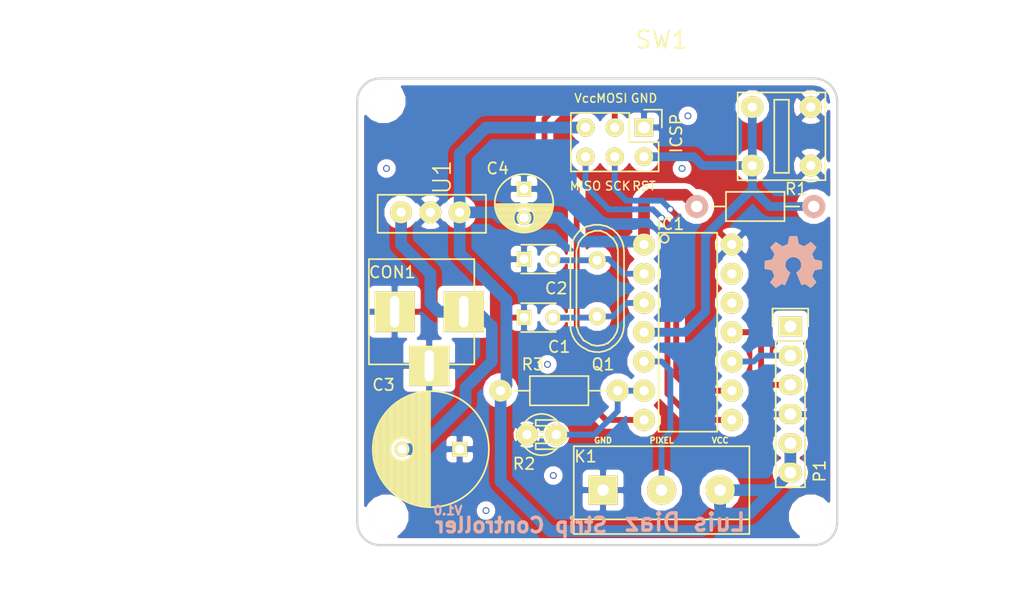
<source format=kicad_pcb>
(kicad_pcb (version 4) (host pcbnew 4.0.1-3.201512221401+6198~38~ubuntu15.10.1-stable)

  (general
    (links 39)
    (no_connects 0)
    (area 46.896287 61.238 133.697715 118.802001)
    (thickness 1.6)
    (drawings 34)
    (tracks 116)
    (zones 0)
    (modules 20)
    (nets 17)
  )

  (page A4)
  (layers
    (0 F.Cu signal)
    (31 B.Cu signal)
    (32 B.Adhes user hide)
    (33 F.Adhes user hide)
    (34 B.Paste user hide)
    (35 F.Paste user hide)
    (36 B.SilkS user)
    (37 F.SilkS user)
    (38 B.Mask user hide)
    (39 F.Mask user hide)
    (40 Dwgs.User user hide)
    (41 Cmts.User user hide)
    (42 Eco1.User user)
    (43 Eco2.User user)
    (44 Edge.Cuts user)
    (45 Margin user hide)
    (46 B.CrtYd user hide)
    (47 F.CrtYd user)
    (48 B.Fab user hide)
    (49 F.Fab user hide)
  )

  (setup
    (last_trace_width 0.508)
    (trace_clearance 0.02)
    (zone_clearance 0.508)
    (zone_45_only no)
    (trace_min 0.2)
    (segment_width 0.2)
    (edge_width 0.15)
    (via_size 0.6)
    (via_drill 0.4)
    (via_min_size 0.4)
    (via_min_drill 0.3)
    (uvia_size 0.3)
    (uvia_drill 0.1)
    (uvias_allowed no)
    (uvia_min_size 0)
    (uvia_min_drill 0)
    (pcb_text_width 0.3)
    (pcb_text_size 1.5 1.5)
    (mod_edge_width 0.15)
    (mod_text_size 1 1)
    (mod_text_width 0.15)
    (pad_size 1.9 1.9)
    (pad_drill 0.8)
    (pad_to_mask_clearance 0.2)
    (aux_axis_origin 0 0)
    (visible_elements FFFEFFFF)
    (pcbplotparams
      (layerselection 0x090ff_80000001)
      (usegerberextensions false)
      (excludeedgelayer true)
      (linewidth 0.100000)
      (plotframeref false)
      (viasonmask false)
      (mode 1)
      (useauxorigin false)
      (hpglpennumber 1)
      (hpglpenspeed 20)
      (hpglpendiameter 15)
      (hpglpenoverlay 2)
      (psnegative false)
      (psa4output false)
      (plotreference true)
      (plotvalue true)
      (plotinvisibletext false)
      (padsonsilk false)
      (subtractmaskfromsilk false)
      (outputformat 1)
      (mirror false)
      (drillshape 0)
      (scaleselection 1)
      (outputdirectory Gerbers))
  )

  (net 0 "")
  (net 1 GND)
  (net 2 "Net-(C1-Pad2)")
  (net 3 "Net-(C2-Pad2)")
  (net 4 VCC)
  (net 5 "Net-(P1-Pad1)")
  (net 6 BRX)
  (net 7 BTX)
  (net 8 RST)
  (net 9 "Net-(IC1-Pad12)")
  (net 10 "Net-(C3-Pad2)")
  (net 11 MOSI)
  (net 12 MISO)
  (net 13 SCK)
  (net 14 PixelPin)
  (net 15 LDR)
  (net 16 "Net-(IC1-Pad13)")

  (net_class Default "This is the default net class."
    (clearance 0.02)
    (trace_width 0.508)
    (via_dia 0.6)
    (via_drill 0.4)
    (uvia_dia 0.3)
    (uvia_drill 0.1)
    (add_net BRX)
    (add_net BTX)
    (add_net LDR)
    (add_net MISO)
    (add_net MOSI)
    (add_net "Net-(C1-Pad2)")
    (add_net "Net-(C2-Pad2)")
    (add_net "Net-(IC1-Pad12)")
    (add_net "Net-(IC1-Pad13)")
    (add_net "Net-(P1-Pad1)")
    (add_net PixelPin)
    (add_net SCK)
  )

  (net_class PWR ""
    (clearance 0.02)
    (trace_width 1.016)
    (via_dia 0.6)
    (via_drill 0.4)
    (uvia_dia 0.3)
    (uvia_drill 0.1)
    (add_net GND)
    (add_net "Net-(C3-Pad2)")
    (add_net VCC)
  )

  (net_class RST ""
    (clearance 0.02)
    (trace_width 0.762)
    (via_dia 0.6)
    (via_drill 0.4)
    (uvia_dia 0.3)
    (uvia_drill 0.1)
    (add_net RST)
  )

  (module Pin_Headers:Pin_Header_Straight_2x03 (layer F.Cu) (tedit 568BAB5B) (tstamp 568BAA8A)
    (at 93.98 74.93 270)
    (descr "Through hole pin header")
    (tags "pin header")
    (path /56817774)
    (fp_text reference ICSP (at 0.508 -2.794 270) (layer F.SilkS)
      (effects (font (size 1 1) (thickness 0.15)))
    )
    (fp_text value ICSP (at 0 -3.1 270) (layer F.Fab)
      (effects (font (size 1 1) (thickness 0.15)))
    )
    (fp_line (start -1.27 1.27) (end -1.27 6.35) (layer F.SilkS) (width 0.15))
    (fp_line (start -1.55 -1.55) (end 0 -1.55) (layer F.SilkS) (width 0.15))
    (fp_line (start -1.75 -1.75) (end -1.75 6.85) (layer F.CrtYd) (width 0.05))
    (fp_line (start 4.3 -1.75) (end 4.3 6.85) (layer F.CrtYd) (width 0.05))
    (fp_line (start -1.75 -1.75) (end 4.3 -1.75) (layer F.CrtYd) (width 0.05))
    (fp_line (start -1.75 6.85) (end 4.3 6.85) (layer F.CrtYd) (width 0.05))
    (fp_line (start 1.27 -1.27) (end 1.27 1.27) (layer F.SilkS) (width 0.15))
    (fp_line (start 1.27 1.27) (end -1.27 1.27) (layer F.SilkS) (width 0.15))
    (fp_line (start -1.27 6.35) (end 3.81 6.35) (layer F.SilkS) (width 0.15))
    (fp_line (start 3.81 6.35) (end 3.81 1.27) (layer F.SilkS) (width 0.15))
    (fp_line (start -1.55 -1.55) (end -1.55 0) (layer F.SilkS) (width 0.15))
    (fp_line (start 3.81 -1.27) (end 1.27 -1.27) (layer F.SilkS) (width 0.15))
    (fp_line (start 3.81 1.27) (end 3.81 -1.27) (layer F.SilkS) (width 0.15))
    (pad 1 thru_hole rect (at 0 0 270) (size 1.6 1.6) (drill 1.016) (layers *.Cu *.Mask F.SilkS)
      (net 1 GND))
    (pad 2 thru_hole circle (at 2.54 0 270) (size 1.6 1.6) (drill 0.8) (layers *.Cu *.Mask F.SilkS)
      (net 8 RST))
    (pad 3 thru_hole circle (at 0 2.54 270) (size 1.6 1.6) (drill 0.8) (layers *.Cu *.Mask F.SilkS)
      (net 11 MOSI))
    (pad 4 thru_hole circle (at 2.54 2.54 270) (size 1.6 1.6) (drill 0.8) (layers *.Cu *.Mask F.SilkS)
      (net 13 SCK))
    (pad 5 thru_hole circle (at 0 5.08 270) (size 1.6 1.6) (drill 0.8) (layers *.Cu *.Mask F.SilkS)
      (net 4 VCC))
    (pad 6 thru_hole circle (at 2.54 5.08 270) (size 1.6 1.6) (drill 0.8) (layers *.Cu *.Mask F.SilkS)
      (net 12 MISO))
    (model Pin_Headers.3dshapes/Pin_Header_Straight_2x03.wrl
      (at (xyz 0.05 -0.1 0))
      (scale (xyz 1 1 1))
      (rotate (xyz 0 0 90))
    )
  )

  (module library:MountingHole_2-8mm (layer F.Cu) (tedit 5687B4F2) (tstamp 5687B5CE)
    (at 71.628 108.712)
    (descr "Mounting hole, Befestigungsbohrung, 2,7mm, No Annular, Kein Restring,")
    (tags "Mounting hole, Befestigungsbohrung, 2,7mm, No Annular, Kein Restring,")
    (fp_text reference "" (at 0 -4.0005) (layer F.SilkS)
      (effects (font (size 1 1) (thickness 0.15)))
    )
    (fp_text value MountingHole_2-7mm (at 0.09906 3.59918) (layer F.Fab)
      (effects (font (size 1 1) (thickness 0.15)))
    )
    (fp_circle (center 0 0) (end 2.7 0) (layer Cmts.User) (width 0.381))
    (pad "" np_thru_hole circle (at 0 0) (size 2.8 2.8) (drill 2.8) (layers *.Cu *.Mask F.SilkS))
  )

  (module library:MountingHole_2-8mm (layer F.Cu) (tedit 5687B4EC) (tstamp 5687B5C8)
    (at 71.374 72.644)
    (descr "Mounting hole, Befestigungsbohrung, 2,7mm, No Annular, Kein Restring,")
    (tags "Mounting hole, Befestigungsbohrung, 2,7mm, No Annular, Kein Restring,")
    (fp_text reference "" (at 0 -4.0005) (layer F.SilkS)
      (effects (font (size 1 1) (thickness 0.15)))
    )
    (fp_text value MountingHole_2-7mm (at 0.09906 3.59918) (layer F.Fab)
      (effects (font (size 1 1) (thickness 0.15)))
    )
    (fp_circle (center 0 0) (end 2.7 0) (layer Cmts.User) (width 0.381))
    (pad "" np_thru_hole circle (at 0 0) (size 2.8 2.8) (drill 2.8) (layers *.Cu *.Mask F.SilkS))
  )

  (module Capacitors_ThroughHole:C_Radial_D10_L13_P5 (layer F.Cu) (tedit 5687B359) (tstamp 56839525)
    (at 77.978 102.87 180)
    (descr "Radial Electrolytic Capacitor Diameter 10mm x Length 13mm, Pitch 5mm")
    (tags "Electrolytic Capacitor")
    (path /56819631)
    (fp_text reference C3 (at 6.604 5.588 180) (layer F.SilkS)
      (effects (font (size 1 1) (thickness 0.15)))
    )
    (fp_text value 100uF (at 1.016 -2.286 180) (layer F.Fab)
      (effects (font (size 1 1) (thickness 0.15)))
    )
    (fp_line (start 2.575 -4.999) (end 2.575 4.999) (layer F.SilkS) (width 0.15))
    (fp_line (start 2.715 -4.995) (end 2.715 4.995) (layer F.SilkS) (width 0.15))
    (fp_line (start 2.855 -4.987) (end 2.855 4.987) (layer F.SilkS) (width 0.15))
    (fp_line (start 2.995 -4.975) (end 2.995 4.975) (layer F.SilkS) (width 0.15))
    (fp_line (start 3.135 -4.96) (end 3.135 4.96) (layer F.SilkS) (width 0.15))
    (fp_line (start 3.275 -4.94) (end 3.275 4.94) (layer F.SilkS) (width 0.15))
    (fp_line (start 3.415 -4.916) (end 3.415 4.916) (layer F.SilkS) (width 0.15))
    (fp_line (start 3.555 -4.887) (end 3.555 4.887) (layer F.SilkS) (width 0.15))
    (fp_line (start 3.695 -4.855) (end 3.695 4.855) (layer F.SilkS) (width 0.15))
    (fp_line (start 3.835 -4.818) (end 3.835 4.818) (layer F.SilkS) (width 0.15))
    (fp_line (start 3.975 -4.777) (end 3.975 4.777) (layer F.SilkS) (width 0.15))
    (fp_line (start 4.115 -4.732) (end 4.115 -0.466) (layer F.SilkS) (width 0.15))
    (fp_line (start 4.115 0.466) (end 4.115 4.732) (layer F.SilkS) (width 0.15))
    (fp_line (start 4.255 -4.682) (end 4.255 -0.667) (layer F.SilkS) (width 0.15))
    (fp_line (start 4.255 0.667) (end 4.255 4.682) (layer F.SilkS) (width 0.15))
    (fp_line (start 4.395 -4.627) (end 4.395 -0.796) (layer F.SilkS) (width 0.15))
    (fp_line (start 4.395 0.796) (end 4.395 4.627) (layer F.SilkS) (width 0.15))
    (fp_line (start 4.535 -4.567) (end 4.535 -0.885) (layer F.SilkS) (width 0.15))
    (fp_line (start 4.535 0.885) (end 4.535 4.567) (layer F.SilkS) (width 0.15))
    (fp_line (start 4.675 -4.502) (end 4.675 -0.946) (layer F.SilkS) (width 0.15))
    (fp_line (start 4.675 0.946) (end 4.675 4.502) (layer F.SilkS) (width 0.15))
    (fp_line (start 4.815 -4.432) (end 4.815 -0.983) (layer F.SilkS) (width 0.15))
    (fp_line (start 4.815 0.983) (end 4.815 4.432) (layer F.SilkS) (width 0.15))
    (fp_line (start 4.955 -4.356) (end 4.955 -0.999) (layer F.SilkS) (width 0.15))
    (fp_line (start 4.955 0.999) (end 4.955 4.356) (layer F.SilkS) (width 0.15))
    (fp_line (start 5.095 -4.274) (end 5.095 -0.995) (layer F.SilkS) (width 0.15))
    (fp_line (start 5.095 0.995) (end 5.095 4.274) (layer F.SilkS) (width 0.15))
    (fp_line (start 5.235 -4.186) (end 5.235 -0.972) (layer F.SilkS) (width 0.15))
    (fp_line (start 5.235 0.972) (end 5.235 4.186) (layer F.SilkS) (width 0.15))
    (fp_line (start 5.375 -4.091) (end 5.375 -0.927) (layer F.SilkS) (width 0.15))
    (fp_line (start 5.375 0.927) (end 5.375 4.091) (layer F.SilkS) (width 0.15))
    (fp_line (start 5.515 -3.989) (end 5.515 -0.857) (layer F.SilkS) (width 0.15))
    (fp_line (start 5.515 0.857) (end 5.515 3.989) (layer F.SilkS) (width 0.15))
    (fp_line (start 5.655 -3.879) (end 5.655 -0.756) (layer F.SilkS) (width 0.15))
    (fp_line (start 5.655 0.756) (end 5.655 3.879) (layer F.SilkS) (width 0.15))
    (fp_line (start 5.795 -3.761) (end 5.795 -0.607) (layer F.SilkS) (width 0.15))
    (fp_line (start 5.795 0.607) (end 5.795 3.761) (layer F.SilkS) (width 0.15))
    (fp_line (start 5.935 -3.633) (end 5.935 -0.355) (layer F.SilkS) (width 0.15))
    (fp_line (start 5.935 0.355) (end 5.935 3.633) (layer F.SilkS) (width 0.15))
    (fp_line (start 6.075 -3.496) (end 6.075 3.496) (layer F.SilkS) (width 0.15))
    (fp_line (start 6.215 -3.346) (end 6.215 3.346) (layer F.SilkS) (width 0.15))
    (fp_line (start 6.355 -3.184) (end 6.355 3.184) (layer F.SilkS) (width 0.15))
    (fp_line (start 6.495 -3.007) (end 6.495 3.007) (layer F.SilkS) (width 0.15))
    (fp_line (start 6.635 -2.811) (end 6.635 2.811) (layer F.SilkS) (width 0.15))
    (fp_line (start 6.775 -2.593) (end 6.775 2.593) (layer F.SilkS) (width 0.15))
    (fp_line (start 6.915 -2.347) (end 6.915 2.347) (layer F.SilkS) (width 0.15))
    (fp_line (start 7.055 -2.062) (end 7.055 2.062) (layer F.SilkS) (width 0.15))
    (fp_line (start 7.195 -1.72) (end 7.195 1.72) (layer F.SilkS) (width 0.15))
    (fp_line (start 7.335 -1.274) (end 7.335 1.274) (layer F.SilkS) (width 0.15))
    (fp_line (start 7.475 -0.499) (end 7.475 0.499) (layer F.SilkS) (width 0.15))
    (fp_circle (center 5 0) (end 5 -1) (layer F.SilkS) (width 0.15))
    (fp_circle (center 2.5 0) (end 2.5 -5.0375) (layer F.SilkS) (width 0.15))
    (fp_circle (center 2.5 0) (end 2.5 -5.3) (layer F.CrtYd) (width 0.05))
    (pad 1 thru_hole rect (at 0 0 180) (size 1.3 1.3) (drill 0.8) (layers *.Cu *.Mask F.SilkS)
      (net 1 GND))
    (pad 2 thru_hole circle (at 5 0 180) (size 1.3 1.3) (drill 0.8) (layers *.Cu *.Mask F.SilkS)
      (net 10 "Net-(C3-Pad2)"))
    (model Capacitors_ThroughHole.3dshapes/C_Radial_D10_L13_P5.wrl
      (at (xyz 0.0984252 0 0))
      (scale (xyz 1 1 1))
      (rotate (xyz 0 0 90))
    )
  )

  (module library:LM7805 (layer F.Cu) (tedit 5683D029) (tstamp 568395C1)
    (at 72.898 82.296)
    (path /568193C7)
    (fp_text reference U1 (at 3.556 -3.048 90) (layer F.SilkS)
      (effects (font (size 1.5 1.5) (thickness 0.15)))
    )
    (fp_text value 7805 (at 5.08 -6.35 90) (layer F.Fab)
      (effects (font (size 1 1) (thickness 0.15)))
    )
    (fp_line (start -2.032 1.778) (end 7.366 1.778) (layer F.SilkS) (width 0.15))
    (fp_line (start -2.032 -1.524) (end -2.032 1.778) (layer F.SilkS) (width 0.15))
    (fp_line (start -2.032 -1.524) (end 7.366 -1.524) (layer F.SilkS) (width 0.15))
    (fp_line (start 7.366 -1.524) (end 7.366 1.778) (layer F.SilkS) (width 0.15))
    (pad VI thru_hole circle (at 0 0) (size 1.9 1.9) (drill 0.8) (layers *.Cu *.Mask F.SilkS)
      (net 10 "Net-(C3-Pad2)"))
    (pad GND thru_hole circle (at 2.54 0) (size 1.9 1.9) (drill 0.8) (layers *.Cu *.Mask F.SilkS)
      (net 1 GND))
    (pad VO thru_hole circle (at 5.08 0) (size 1.9 1.9) (drill 0.8) (layers *.Cu *.Mask F.SilkS)
      (net 4 VCC))
  )

  (module Connect:BARREL_JACK (layer F.Cu) (tedit 5683CFBC) (tstamp 56839532)
    (at 72.136 90.932)
    (descr "DC Barrel Jack")
    (tags "Power Jack")
    (path /5655D979)
    (fp_text reference CON1 (at 0 -3.429) (layer F.SilkS)
      (effects (font (size 1 1) (thickness 0.15)))
    )
    (fp_text value BARREL_JACK (at -8.89 -6.35) (layer F.Fab)
      (effects (font (size 1 1) (thickness 0.15)))
    )
    (fp_line (start 7.112 -4.572) (end 7.112 4.572) (layer F.SilkS) (width 0.15))
    (fp_line (start -2.032 4.572) (end -2.032 -4.572) (layer F.SilkS) (width 0.15))
    (fp_line (start -2.032 -4.572) (end 7.112 -4.572) (layer F.SilkS) (width 0.15))
    (fp_line (start -2.032 4.572) (end 7.112 4.572) (layer F.SilkS) (width 0.15))
    (pad 1 thru_hole rect (at 6.20014 0) (size 3.50012 3.50012) (drill oval 0.8 2.74) (layers *.Cu *.Mask F.SilkS)
      (net 10 "Net-(C3-Pad2)"))
    (pad 2 thru_hole rect (at 0.20066 0) (size 3.50012 3.50012) (drill oval 0.8 2.74) (layers *.Cu *.Mask F.SilkS)
      (net 1 GND))
    (pad 3 thru_hole rect (at 3.2004 4.699) (size 3.50012 3.50012) (drill oval 0.8 2.74) (layers *.Cu *.Mask F.SilkS)
      (net 1 GND))
  )

  (module Capacitors_ThroughHole:C_Disc_D3_P2.5 (layer F.Cu) (tedit 5687B385) (tstamp 56839519)
    (at 83.566 91.44)
    (descr "Capacitor 3mm Disc, Pitch 2.5mm")
    (tags Capacitor)
    (path /5655C8E4)
    (fp_text reference C1 (at 3.048 2.54 180) (layer F.SilkS)
      (effects (font (size 1 1) (thickness 0.15)))
    )
    (fp_text value 22pF (at 0.635 2.54) (layer F.Fab)
      (effects (font (size 1 1) (thickness 0.15)))
    )
    (fp_line (start -0.9 -1.5) (end 3.4 -1.5) (layer F.CrtYd) (width 0.05))
    (fp_line (start 3.4 -1.5) (end 3.4 1.5) (layer F.CrtYd) (width 0.05))
    (fp_line (start 3.4 1.5) (end -0.9 1.5) (layer F.CrtYd) (width 0.05))
    (fp_line (start -0.9 1.5) (end -0.9 -1.5) (layer F.CrtYd) (width 0.05))
    (fp_line (start -0.25 -1.25) (end 2.75 -1.25) (layer F.SilkS) (width 0.15))
    (fp_line (start 2.75 1.25) (end -0.25 1.25) (layer F.SilkS) (width 0.15))
    (pad 1 thru_hole rect (at 0 0) (size 1.3 1.3) (drill 0.8) (layers *.Cu *.Mask F.SilkS)
      (net 1 GND))
    (pad 2 thru_hole circle (at 2.5 0) (size 1.3 1.3) (drill 0.8001) (layers *.Cu *.Mask F.SilkS)
      (net 2 "Net-(C1-Pad2)"))
    (model Capacitors_ThroughHole.3dshapes/C_Disc_D3_P2.5.wrl
      (at (xyz 0.0492126 0 0))
      (scale (xyz 1 1 1))
      (rotate (xyz 0 0 0))
    )
  )

  (module Capacitors_ThroughHole:C_Disc_D3_P2.5 (layer F.Cu) (tedit 5683B8A4) (tstamp 5683951F)
    (at 83.566 86.36)
    (descr "Capacitor 3mm Disc, Pitch 2.5mm")
    (tags Capacitor)
    (path /5655C84D)
    (fp_text reference C2 (at 2.794 2.54 180) (layer F.SilkS)
      (effects (font (size 1 1) (thickness 0.15)))
    )
    (fp_text value 22pF (at 0 2.54 180) (layer F.Fab)
      (effects (font (size 1 1) (thickness 0.15)))
    )
    (fp_line (start -0.9 -1.5) (end 3.4 -1.5) (layer F.CrtYd) (width 0.05))
    (fp_line (start 3.4 -1.5) (end 3.4 1.5) (layer F.CrtYd) (width 0.05))
    (fp_line (start 3.4 1.5) (end -0.9 1.5) (layer F.CrtYd) (width 0.05))
    (fp_line (start -0.9 1.5) (end -0.9 -1.5) (layer F.CrtYd) (width 0.05))
    (fp_line (start -0.25 -1.25) (end 2.75 -1.25) (layer F.SilkS) (width 0.15))
    (fp_line (start 2.75 1.25) (end -0.25 1.25) (layer F.SilkS) (width 0.15))
    (pad 1 thru_hole rect (at 0 0) (size 1.3 1.3) (drill 0.8) (layers *.Cu *.Mask F.SilkS)
      (net 1 GND))
    (pad 2 thru_hole circle (at 2.5 0) (size 1.3 1.3) (drill 0.8) (layers *.Cu *.Mask F.SilkS)
      (net 3 "Net-(C2-Pad2)"))
    (model Capacitors_ThroughHole.3dshapes/C_Disc_D3_P2.5.wrl
      (at (xyz 0.0492126 0 0))
      (scale (xyz 1 1 1))
      (rotate (xyz 0 0 0))
    )
  )

  (module Capacitors_ThroughHole:C_Radial_D5_L6_P2.5 (layer F.Cu) (tedit 5683CE3C) (tstamp 5683952B)
    (at 83.566 80.264 270)
    (descr "Radial Electrolytic Capacitor Diameter 5mm x Length 6mm, Pitch 2.5mm")
    (tags "Electrolytic Capacitor")
    (path /568197BD)
    (fp_text reference C4 (at -1.778 2.286 360) (layer F.SilkS)
      (effects (font (size 1 1) (thickness 0.15)))
    )
    (fp_text value 10uF (at 2.286 -4.318 360) (layer F.Fab)
      (effects (font (size 1 1) (thickness 0.15)))
    )
    (fp_line (start 1.325 -2.499) (end 1.325 2.499) (layer F.SilkS) (width 0.15))
    (fp_line (start 1.465 -2.491) (end 1.465 2.491) (layer F.SilkS) (width 0.15))
    (fp_line (start 1.605 -2.475) (end 1.605 -0.095) (layer F.SilkS) (width 0.15))
    (fp_line (start 1.605 0.095) (end 1.605 2.475) (layer F.SilkS) (width 0.15))
    (fp_line (start 1.745 -2.451) (end 1.745 -0.49) (layer F.SilkS) (width 0.15))
    (fp_line (start 1.745 0.49) (end 1.745 2.451) (layer F.SilkS) (width 0.15))
    (fp_line (start 1.885 -2.418) (end 1.885 -0.657) (layer F.SilkS) (width 0.15))
    (fp_line (start 1.885 0.657) (end 1.885 2.418) (layer F.SilkS) (width 0.15))
    (fp_line (start 2.025 -2.377) (end 2.025 -0.764) (layer F.SilkS) (width 0.15))
    (fp_line (start 2.025 0.764) (end 2.025 2.377) (layer F.SilkS) (width 0.15))
    (fp_line (start 2.165 -2.327) (end 2.165 -0.835) (layer F.SilkS) (width 0.15))
    (fp_line (start 2.165 0.835) (end 2.165 2.327) (layer F.SilkS) (width 0.15))
    (fp_line (start 2.305 -2.266) (end 2.305 -0.879) (layer F.SilkS) (width 0.15))
    (fp_line (start 2.305 0.879) (end 2.305 2.266) (layer F.SilkS) (width 0.15))
    (fp_line (start 2.445 -2.196) (end 2.445 -0.898) (layer F.SilkS) (width 0.15))
    (fp_line (start 2.445 0.898) (end 2.445 2.196) (layer F.SilkS) (width 0.15))
    (fp_line (start 2.585 -2.114) (end 2.585 -0.896) (layer F.SilkS) (width 0.15))
    (fp_line (start 2.585 0.896) (end 2.585 2.114) (layer F.SilkS) (width 0.15))
    (fp_line (start 2.725 -2.019) (end 2.725 -0.871) (layer F.SilkS) (width 0.15))
    (fp_line (start 2.725 0.871) (end 2.725 2.019) (layer F.SilkS) (width 0.15))
    (fp_line (start 2.865 -1.908) (end 2.865 -0.823) (layer F.SilkS) (width 0.15))
    (fp_line (start 2.865 0.823) (end 2.865 1.908) (layer F.SilkS) (width 0.15))
    (fp_line (start 3.005 -1.78) (end 3.005 -0.745) (layer F.SilkS) (width 0.15))
    (fp_line (start 3.005 0.745) (end 3.005 1.78) (layer F.SilkS) (width 0.15))
    (fp_line (start 3.145 -1.631) (end 3.145 -0.628) (layer F.SilkS) (width 0.15))
    (fp_line (start 3.145 0.628) (end 3.145 1.631) (layer F.SilkS) (width 0.15))
    (fp_line (start 3.285 -1.452) (end 3.285 -0.44) (layer F.SilkS) (width 0.15))
    (fp_line (start 3.285 0.44) (end 3.285 1.452) (layer F.SilkS) (width 0.15))
    (fp_line (start 3.425 -1.233) (end 3.425 1.233) (layer F.SilkS) (width 0.15))
    (fp_line (start 3.565 -0.944) (end 3.565 0.944) (layer F.SilkS) (width 0.15))
    (fp_line (start 3.705 -0.472) (end 3.705 0.472) (layer F.SilkS) (width 0.15))
    (fp_circle (center 2.5 0) (end 2.5 -0.9) (layer F.SilkS) (width 0.15))
    (fp_circle (center 1.25 0) (end 1.25 -2.5375) (layer F.SilkS) (width 0.15))
    (fp_circle (center 1.25 0) (end 1.25 -2.8) (layer F.CrtYd) (width 0.05))
    (pad 1 thru_hole rect (at 0 0 270) (size 1.3 1.3) (drill 0.8) (layers *.Cu *.Mask F.SilkS)
      (net 1 GND))
    (pad 2 thru_hole circle (at 2.5 0 270) (size 1.3 1.3) (drill 0.8) (layers *.Cu *.Mask F.SilkS)
      (net 4 VCC))
    (model Capacitors_ThroughHole.3dshapes/C_Radial_D5_L6_P2.5.wrl
      (at (xyz 0.0492126 0 0))
      (scale (xyz 1 1 1))
      (rotate (xyz 0 0 90))
    )
  )

  (module library:Attiny24-54-84 (layer F.Cu) (tedit 5683A3E4) (tstamp 56839549)
    (at 93.98 85.09)
    (path /5655C5E9)
    (fp_text reference IC1 (at 2.286 -1.778) (layer F.SilkS)
      (effects (font (size 1 1) (thickness 0.15)))
    )
    (fp_text value ATTINY84-P (at 3.81 7.112 90) (layer F.Fab)
      (effects (font (size 1 1) (thickness 0.15)))
    )
    (fp_circle (center 1.778 -0.508) (end 2.032 -0.254) (layer F.SilkS) (width 0.15))
    (fp_line (start 1.27 -1.016) (end 1.27 16.256) (layer F.SilkS) (width 0.15))
    (fp_line (start 1.27 16.256) (end 6.35 16.256) (layer F.SilkS) (width 0.15))
    (fp_line (start 1.27 -1.016) (end 6.35 -1.016) (layer F.SilkS) (width 0.15))
    (fp_line (start 6.35 -1.016) (end 6.35 16.256) (layer F.SilkS) (width 0.15))
    (pad 1 thru_hole circle (at 0 0) (size 1.9 1.9) (drill 0.8) (layers *.Cu *.Mask F.SilkS)
      (net 4 VCC))
    (pad 2 thru_hole circle (at 0 2.54) (size 1.9 1.9) (drill 0.8) (layers *.Cu *.Mask F.SilkS)
      (net 3 "Net-(C2-Pad2)"))
    (pad 3 thru_hole circle (at 0 5.08) (size 1.9 1.9) (drill 0.8) (layers *.Cu *.Mask F.SilkS)
      (net 2 "Net-(C1-Pad2)"))
    (pad 4 thru_hole circle (at 0 7.62) (size 1.9 1.9) (drill 0.8) (layers *.Cu *.Mask F.SilkS)
      (net 8 RST))
    (pad 5 thru_hole circle (at 0 10.16) (size 1.9 1.9) (drill 0.8) (layers *.Cu *.Mask F.SilkS)
      (net 14 PixelPin))
    (pad 6 thru_hole circle (at 0 12.7) (size 1.9 1.9) (drill 0.8) (layers *.Cu *.Mask F.SilkS)
      (net 15 LDR))
    (pad 7 thru_hole circle (at 0 15.24) (size 1.9 1.9) (drill 0.8) (layers *.Cu *.Mask F.SilkS)
      (net 11 MOSI))
    (pad 8 thru_hole circle (at 7.62 15.24) (size 1.9 1.9) (drill 0.8) (layers *.Cu *.Mask F.SilkS)
      (net 12 MISO))
    (pad 9 thru_hole circle (at 7.62 12.7) (size 1.9 1.9) (drill 0.8) (layers *.Cu *.Mask F.SilkS)
      (net 13 SCK))
    (pad 10 thru_hole circle (at 7.62 10.16) (size 1.9 1.9) (drill 0.8) (layers *.Cu *.Mask F.SilkS)
      (net 6 BRX))
    (pad 11 thru_hole circle (at 7.62 7.62) (size 1.9 1.9) (drill 0.8) (layers *.Cu *.Mask F.SilkS)
      (net 7 BTX))
    (pad 12 thru_hole circle (at 7.62 5.08) (size 1.9 1.9) (drill 0.8) (layers *.Cu *.Mask F.SilkS)
      (net 9 "Net-(IC1-Pad12)"))
    (pad 13 thru_hole circle (at 7.62 2.54) (size 1.9 1.9) (drill 0.8) (layers *.Cu *.Mask F.SilkS)
      (net 16 "Net-(IC1-Pad13)"))
    (pad 14 thru_hole circle (at 7.62 0) (size 1.9 1.9) (drill 0.8) (layers *.Cu *.Mask F.SilkS)
      (net 1 GND))
  )

  (module Connect:bornier3 (layer F.Cu) (tedit 5687ACD3) (tstamp 56839550)
    (at 95.504 106.426)
    (descr "Bornier d'alimentation 3 pins")
    (tags DEV)
    (path /56816C70)
    (fp_text reference K1 (at -6.604 -2.921) (layer F.SilkS)
      (effects (font (size 1 1) (thickness 0.15)))
    )
    (fp_text value CONN_3_V (at 8.636 1.778 90) (layer F.Fab)
      (effects (font (size 1 1) (thickness 0.15)))
    )
    (fp_line (start -7.62 3.81) (end -7.62 -3.81) (layer F.SilkS) (width 0.15))
    (fp_line (start 7.62 3.81) (end 7.62 -3.81) (layer F.SilkS) (width 0.15))
    (fp_line (start -7.62 2.54) (end 7.62 2.54) (layer F.SilkS) (width 0.15))
    (fp_line (start -7.62 -3.81) (end 7.62 -3.81) (layer F.SilkS) (width 0.15))
    (fp_line (start -7.62 3.81) (end 7.62 3.81) (layer F.SilkS) (width 0.15))
    (pad 1 thru_hole rect (at -5.08 0) (size 2.54 2.54) (drill 1) (layers *.Cu *.Mask F.SilkS)
      (net 1 GND))
    (pad 2 thru_hole circle (at 0 0) (size 2.54 2.54) (drill 1) (layers *.Cu *.Mask F.SilkS)
      (net 14 PixelPin))
    (pad 3 thru_hole circle (at 5.08 0) (size 2.54 2.54) (drill 1) (layers *.Cu *.Mask F.SilkS)
      (net 4 VCC))
    (model Connect.3dshapes/bornier3.wrl
      (at (xyz 0 0 0))
      (scale (xyz 1 1 1))
      (rotate (xyz 0 0 0))
    )
  )

  (module Pin_Headers:Pin_Header_Straight_1x06 (layer F.Cu) (tedit 5683BB7E) (tstamp 5683955A)
    (at 106.68 92.202)
    (descr "Through hole pin header")
    (tags "pin header")
    (path /568168DC)
    (fp_text reference P1 (at 2.54 12.573 90) (layer F.SilkS)
      (effects (font (size 1 1) (thickness 0.15)))
    )
    (fp_text value BT_Header-1x06 (at 2.54 4.953 90) (layer F.Fab)
      (effects (font (size 1 1) (thickness 0.15)))
    )
    (fp_line (start -1.75 -1.75) (end -1.75 14.45) (layer F.CrtYd) (width 0.05))
    (fp_line (start 1.75 -1.75) (end 1.75 14.45) (layer F.CrtYd) (width 0.05))
    (fp_line (start -1.75 -1.75) (end 1.75 -1.75) (layer F.CrtYd) (width 0.05))
    (fp_line (start -1.75 14.45) (end 1.75 14.45) (layer F.CrtYd) (width 0.05))
    (fp_line (start 1.27 1.27) (end 1.27 13.97) (layer F.SilkS) (width 0.15))
    (fp_line (start 1.27 13.97) (end -1.27 13.97) (layer F.SilkS) (width 0.15))
    (fp_line (start -1.27 13.97) (end -1.27 1.27) (layer F.SilkS) (width 0.15))
    (fp_line (start 1.55 -1.55) (end 1.55 0) (layer F.SilkS) (width 0.15))
    (fp_line (start 1.27 1.27) (end -1.27 1.27) (layer F.SilkS) (width 0.15))
    (fp_line (start -1.55 0) (end -1.55 -1.55) (layer F.SilkS) (width 0.15))
    (fp_line (start -1.55 -1.55) (end 1.55 -1.55) (layer F.SilkS) (width 0.15))
    (pad 1 thru_hole rect (at 0 0) (size 2.032 1.7272) (drill 1.016) (layers *.Cu *.Mask F.SilkS)
      (net 5 "Net-(P1-Pad1)"))
    (pad 2 thru_hole oval (at 0 2.54) (size 2.032 1.7272) (drill 1.016) (layers *.Cu *.Mask F.SilkS)
      (net 6 BRX))
    (pad 3 thru_hole oval (at 0 5.08) (size 2.032 1.7272) (drill 1.016) (layers *.Cu *.Mask F.SilkS)
      (net 7 BTX))
    (pad 4 thru_hole oval (at 0 7.62) (size 2.032 1.7272) (drill 1.016) (layers *.Cu *.Mask F.SilkS)
      (net 1 GND))
    (pad 5 thru_hole oval (at 0 10.16) (size 2.032 1.7272) (drill 1.016) (layers *.Cu *.Mask F.SilkS)
      (net 4 VCC))
    (pad 6 thru_hole oval (at 0 12.7) (size 2.032 1.7272) (drill 1.016) (layers *.Cu *.Mask F.SilkS)
      (net 4 VCC))
    (model Pin_Headers.3dshapes/Pin_Header_Straight_1x06.wrl
      (at (xyz 0 -0.25 0))
      (scale (xyz 1 1 1))
      (rotate (xyz 0 0 90))
    )
  )

  (module Crystals:Crystal_HC49-U_Vertical (layer F.Cu) (tedit 5687B389) (tstamp 56839599)
    (at 89.916 88.9 270)
    (descr "Crystal, Quarz, HC49/U, vertical, stehend,")
    (tags "Crystal, Quarz, HC49/U, vertical, stehend,")
    (path /5655C670)
    (fp_text reference Q1 (at 6.604 -0.508 540) (layer F.SilkS)
      (effects (font (size 1 1) (thickness 0.15)))
    )
    (fp_text value HC49 (at 6.604 0 360) (layer F.Fab)
      (effects (font (size 1 1) (thickness 0.15)))
    )
    (fp_line (start 4.699 -1.00076) (end 4.89966 -0.59944) (layer F.SilkS) (width 0.15))
    (fp_line (start 4.89966 -0.59944) (end 5.00126 0) (layer F.SilkS) (width 0.15))
    (fp_line (start 5.00126 0) (end 4.89966 0.50038) (layer F.SilkS) (width 0.15))
    (fp_line (start 4.89966 0.50038) (end 4.50088 1.19888) (layer F.SilkS) (width 0.15))
    (fp_line (start 4.50088 1.19888) (end 3.8989 1.6002) (layer F.SilkS) (width 0.15))
    (fp_line (start 3.8989 1.6002) (end 3.29946 1.80086) (layer F.SilkS) (width 0.15))
    (fp_line (start 3.29946 1.80086) (end -3.29946 1.80086) (layer F.SilkS) (width 0.15))
    (fp_line (start -3.29946 1.80086) (end -4.0005 1.6002) (layer F.SilkS) (width 0.15))
    (fp_line (start -4.0005 1.6002) (end -4.39928 1.30048) (layer F.SilkS) (width 0.15))
    (fp_line (start -4.39928 1.30048) (end -4.8006 0.8001) (layer F.SilkS) (width 0.15))
    (fp_line (start -4.8006 0.8001) (end -5.00126 0.20066) (layer F.SilkS) (width 0.15))
    (fp_line (start -5.00126 0.20066) (end -5.00126 -0.29972) (layer F.SilkS) (width 0.15))
    (fp_line (start -5.00126 -0.29972) (end -4.8006 -0.8001) (layer F.SilkS) (width 0.15))
    (fp_line (start -4.8006 -0.8001) (end -4.30022 -1.39954) (layer F.SilkS) (width 0.15))
    (fp_line (start -4.30022 -1.39954) (end -3.79984 -1.69926) (layer F.SilkS) (width 0.15))
    (fp_line (start -3.79984 -1.69926) (end -3.29946 -1.80086) (layer F.SilkS) (width 0.15))
    (fp_line (start -3.2004 -1.80086) (end 3.40106 -1.80086) (layer F.SilkS) (width 0.15))
    (fp_line (start 3.40106 -1.80086) (end 3.79984 -1.69926) (layer F.SilkS) (width 0.15))
    (fp_line (start 3.79984 -1.69926) (end 4.30022 -1.39954) (layer F.SilkS) (width 0.15))
    (fp_line (start 4.30022 -1.39954) (end 4.8006 -0.89916) (layer F.SilkS) (width 0.15))
    (fp_line (start -3.19024 -2.32918) (end -3.64998 -2.28092) (layer F.SilkS) (width 0.15))
    (fp_line (start -3.64998 -2.28092) (end -4.04876 -2.16916) (layer F.SilkS) (width 0.15))
    (fp_line (start -4.04876 -2.16916) (end -4.48056 -1.95072) (layer F.SilkS) (width 0.15))
    (fp_line (start -4.48056 -1.95072) (end -4.77012 -1.71958) (layer F.SilkS) (width 0.15))
    (fp_line (start -4.77012 -1.71958) (end -5.10032 -1.36906) (layer F.SilkS) (width 0.15))
    (fp_line (start -5.10032 -1.36906) (end -5.38988 -0.83058) (layer F.SilkS) (width 0.15))
    (fp_line (start -5.38988 -0.83058) (end -5.51942 -0.23114) (layer F.SilkS) (width 0.15))
    (fp_line (start -5.51942 -0.23114) (end -5.51942 0.2794) (layer F.SilkS) (width 0.15))
    (fp_line (start -5.51942 0.2794) (end -5.34924 0.98044) (layer F.SilkS) (width 0.15))
    (fp_line (start -5.34924 0.98044) (end -4.95046 1.56972) (layer F.SilkS) (width 0.15))
    (fp_line (start -4.95046 1.56972) (end -4.49072 1.94056) (layer F.SilkS) (width 0.15))
    (fp_line (start -4.49072 1.94056) (end -4.06908 2.14884) (layer F.SilkS) (width 0.15))
    (fp_line (start -4.06908 2.14884) (end -3.6195 2.30886) (layer F.SilkS) (width 0.15))
    (fp_line (start -3.6195 2.30886) (end -3.18008 2.33934) (layer F.SilkS) (width 0.15))
    (fp_line (start 4.16052 2.1209) (end 4.53898 1.89992) (layer F.SilkS) (width 0.15))
    (fp_line (start 4.53898 1.89992) (end 4.85902 1.62052) (layer F.SilkS) (width 0.15))
    (fp_line (start 4.85902 1.62052) (end 5.11048 1.29032) (layer F.SilkS) (width 0.15))
    (fp_line (start 5.11048 1.29032) (end 5.4102 0.73914) (layer F.SilkS) (width 0.15))
    (fp_line (start 5.4102 0.73914) (end 5.51942 0.26924) (layer F.SilkS) (width 0.15))
    (fp_line (start 5.51942 0.26924) (end 5.53974 -0.1905) (layer F.SilkS) (width 0.15))
    (fp_line (start 5.53974 -0.1905) (end 5.45084 -0.65024) (layer F.SilkS) (width 0.15))
    (fp_line (start 5.45084 -0.65024) (end 5.26034 -1.09982) (layer F.SilkS) (width 0.15))
    (fp_line (start 5.26034 -1.09982) (end 4.89966 -1.56972) (layer F.SilkS) (width 0.15))
    (fp_line (start 4.89966 -1.56972) (end 4.54914 -1.88976) (layer F.SilkS) (width 0.15))
    (fp_line (start 4.54914 -1.88976) (end 4.16052 -2.1209) (layer F.SilkS) (width 0.15))
    (fp_line (start 4.16052 -2.1209) (end 3.73126 -2.2606) (layer F.SilkS) (width 0.15))
    (fp_line (start 3.73126 -2.2606) (end 3.2893 -2.32918) (layer F.SilkS) (width 0.15))
    (fp_line (start -3.2004 2.32918) (end 3.2512 2.32918) (layer F.SilkS) (width 0.15))
    (fp_line (start 3.2512 2.32918) (end 3.6703 2.29108) (layer F.SilkS) (width 0.15))
    (fp_line (start 3.6703 2.29108) (end 4.16052 2.1209) (layer F.SilkS) (width 0.15))
    (fp_line (start -3.2004 -2.32918) (end 3.2512 -2.32918) (layer F.SilkS) (width 0.15))
    (pad 1 thru_hole circle (at -2.44094 0 270) (size 1.50114 1.50114) (drill 0.8001) (layers *.Cu *.Mask F.SilkS)
      (net 3 "Net-(C2-Pad2)"))
    (pad 2 thru_hole circle (at 2.44094 0 270) (size 1.50114 1.50114) (drill 0.8001) (layers *.Cu *.Mask F.SilkS)
      (net 2 "Net-(C1-Pad2)"))
  )

  (module Resistors_ThroughHole:Resistor_Horizontal_RM10mm (layer F.Cu) (tedit 5687B392) (tstamp 568395A5)
    (at 103.632 81.788 180)
    (descr "Resistor, Axial,  RM 10mm, 1/3W,")
    (tags "Resistor, Axial, RM 10mm, 1/3W,")
    (path /5655D222)
    (fp_text reference R1 (at -3.556 1.524 180) (layer F.SilkS)
      (effects (font (size 1 1) (thickness 0.15)))
    )
    (fp_text value 10K (at 0 0 180) (layer F.Fab)
      (effects (font (size 1 1) (thickness 0.15)))
    )
    (fp_line (start -2.54 -1.27) (end 2.54 -1.27) (layer F.SilkS) (width 0.15))
    (fp_line (start 2.54 -1.27) (end 2.54 1.27) (layer F.SilkS) (width 0.15))
    (fp_line (start 2.54 1.27) (end -2.54 1.27) (layer F.SilkS) (width 0.15))
    (fp_line (start -2.54 1.27) (end -2.54 -1.27) (layer F.SilkS) (width 0.15))
    (fp_line (start -2.54 0) (end -3.81 0) (layer F.SilkS) (width 0.15))
    (fp_line (start 2.54 0) (end 3.81 0) (layer F.SilkS) (width 0.15))
    (pad 1 thru_hole circle (at -5.08 0 180) (size 1.99898 1.99898) (drill 1.00076) (layers *.Cu *.SilkS *.Mask)
      (net 8 RST))
    (pad 2 thru_hole circle (at 5.08 0 180) (size 1.99898 1.99898) (drill 1.00076) (layers *.Cu *.SilkS *.Mask)
      (net 4 VCC))
    (model Resistors_ThroughHole.3dshapes/Resistor_Horizontal_RM10mm.wrl
      (at (xyz 0 0 0))
      (scale (xyz 0.4 0.4 0.4))
      (rotate (xyz 0 0 0))
    )
  )

  (module Resistors_ThroughHole:Resistor_Horizontal_RM10mm (layer F.Cu) (tedit 568BAFD7) (tstamp 5687B227)
    (at 86.614 97.79)
    (descr "Resistor, Axial,  RM 10mm, 1/3W,")
    (tags "Resistor, Axial, RM 10mm, 1/3W,")
    (path /5687BBA1)
    (fp_text reference R3 (at -2.286 -2.286) (layer F.SilkS)
      (effects (font (size 1 1) (thickness 0.15)))
    )
    (fp_text value 10K (at 3.81 3.81) (layer F.Fab)
      (effects (font (size 1 1) (thickness 0.15)))
    )
    (fp_line (start -2.54 -1.27) (end 2.54 -1.27) (layer F.SilkS) (width 0.15))
    (fp_line (start 2.54 -1.27) (end 2.54 1.27) (layer F.SilkS) (width 0.15))
    (fp_line (start 2.54 1.27) (end -2.54 1.27) (layer F.SilkS) (width 0.15))
    (fp_line (start -2.54 1.27) (end -2.54 -1.27) (layer F.SilkS) (width 0.15))
    (fp_line (start -2.54 0) (end -3.81 0) (layer F.SilkS) (width 0.15))
    (fp_line (start 2.54 0) (end 3.81 0) (layer F.SilkS) (width 0.15))
    (pad 1 thru_hole circle (at -5.08 0) (size 1.9 1.9) (drill 0.8) (layers *.Cu *.Mask F.SilkS)
      (net 4 VCC))
    (pad 2 thru_hole circle (at 5.08 0) (size 1.9 1.9) (drill 0.8) (layers *.Cu *.Mask F.SilkS)
      (net 15 LDR))
    (model Resistors_ThroughHole.3dshapes/Resistor_Horizontal_RM10mm.wrl
      (at (xyz 0 0 0))
      (scale (xyz 0.4 0.4 0.4))
      (rotate (xyz 0 0 0))
    )
  )

  (module library:LDR (layer F.Cu) (tedit 568BAFE0) (tstamp 5687B435)
    (at 86.36 101.6 180)
    (path /5687BD6A)
    (fp_text reference R2 (at 2.794 -2.54 180) (layer F.SilkS)
      (effects (font (size 1 1) (thickness 0.15)))
    )
    (fp_text value LDR (at 0 -2.54 180) (layer F.Fab)
      (effects (font (size 1 1) (thickness 0.15)))
    )
    (fp_line (start 1.778 -0.254) (end 1.778 0.254) (layer F.SilkS) (width 0.15))
    (fp_line (start 1.778 0.254) (end 0.762 0.254) (layer F.SilkS) (width 0.15))
    (fp_line (start 0.762 0.254) (end 0.762 0.762) (layer F.SilkS) (width 0.15))
    (fp_line (start 0.762 0.762) (end 1.778 0.762) (layer F.SilkS) (width 0.15))
    (fp_line (start 1.778 0.762) (end 1.778 1.27) (layer F.SilkS) (width 0.15))
    (fp_line (start 1.778 1.27) (end 0.762 1.27) (layer F.SilkS) (width 0.15))
    (fp_line (start 0.762 1.27) (end 0 1.27) (layer F.SilkS) (width 0.15))
    (fp_line (start 0.762 -0.508) (end 0.762 -0.762) (layer F.SilkS) (width 0.15))
    (fp_line (start 0.762 -0.762) (end 1.778 -0.762) (layer F.SilkS) (width 0.15))
    (fp_line (start 1.778 -0.762) (end 1.778 -1.27) (layer F.SilkS) (width 0.15))
    (fp_line (start 1.778 -1.27) (end 0 -1.27) (layer F.SilkS) (width 0.15))
    (fp_line (start 0.762 -0.508) (end 0.762 -0.254) (layer F.SilkS) (width 0.15))
    (fp_line (start 0.762 -0.254) (end 1.778 -0.254) (layer F.SilkS) (width 0.15))
    (fp_circle (center 1.27 0) (end -0.508 -0.254) (layer F.SilkS) (width 0.15))
    (pad 1 thru_hole circle (at 0 0 180) (size 1.9 1.9) (drill 0.8) (layers *.Cu *.Mask F.SilkS)
      (net 15 LDR))
    (pad 2 thru_hole circle (at 2.54 0 180) (size 1.9 1.9) (drill 0.8) (layers *.Cu *.Mask F.SilkS)
      (net 1 GND))
  )

  (module library:LOGO_OSHW_B.SilkS_5mm (layer B.SilkS) (tedit 5687B419) (tstamp 5687B559)
    (at 106.934 86.614)
    (fp_text reference "" (at 0 2.65176 90) (layer B.SilkS) hide
      (effects (font (size 0.22606 0.22606) (thickness 0.04318)) (justify mirror))
    )
    (fp_text value val** (at 0 -2.65176) (layer B.SilkS) hide
      (effects (font (size 0.22606 0.22606) (thickness 0.04318)))
    )
    (fp_poly (pts (xy -1.51384 2.24536) (xy -1.48844 2.23012) (xy -1.43002 2.19456) (xy -1.3462 2.13868)
      (xy -1.24714 2.07264) (xy -1.14808 2.0066) (xy -1.0668 1.95326) (xy -1.01092 1.91516)
      (xy -0.98552 1.90246) (xy -0.97282 1.90754) (xy -0.9271 1.9304) (xy -0.85852 1.96596)
      (xy -0.81788 1.98628) (xy -0.75692 2.01168) (xy -0.7239 2.0193) (xy -0.71882 2.00914)
      (xy -0.69596 1.96088) (xy -0.6604 1.8796) (xy -0.61468 1.77038) (xy -0.5588 1.64338)
      (xy -0.50292 1.50876) (xy -0.4445 1.36906) (xy -0.38862 1.23444) (xy -0.34036 1.11506)
      (xy -0.29972 1.01854) (xy -0.27432 0.94996) (xy -0.26416 0.92202) (xy -0.2667 0.9144)
      (xy -0.29972 0.88392) (xy -0.35306 0.84328) (xy -0.47244 0.74676) (xy -0.58928 0.60198)
      (xy -0.6604 0.43688) (xy -0.68326 0.25146) (xy -0.66294 0.08128) (xy -0.5969 -0.08128)
      (xy -0.4826 -0.2286) (xy -0.3429 -0.33782) (xy -0.18034 -0.4064) (xy 0 -0.42926)
      (xy 0.17272 -0.40894) (xy 0.34036 -0.3429) (xy 0.48768 -0.23114) (xy 0.55118 -0.16002)
      (xy 0.63754 -0.01016) (xy 0.6858 0.14732) (xy 0.69088 0.18796) (xy 0.68326 0.36322)
      (xy 0.63246 0.5334) (xy 0.53848 0.68326) (xy 0.40894 0.80772) (xy 0.3937 0.81788)
      (xy 0.33528 0.8636) (xy 0.29464 0.89408) (xy 0.26416 0.91948) (xy 0.48768 1.45796)
      (xy 0.52324 1.54178) (xy 0.5842 1.6891) (xy 0.63754 1.8161) (xy 0.68072 1.9177)
      (xy 0.7112 1.98374) (xy 0.7239 2.01168) (xy 0.7239 2.01422) (xy 0.74422 2.01676)
      (xy 0.78486 2.00152) (xy 0.86106 1.96596) (xy 0.90932 1.94056) (xy 0.96774 1.91262)
      (xy 0.99314 1.90246) (xy 1.016 1.91516) (xy 1.06934 1.95072) (xy 1.15062 2.00406)
      (xy 1.24714 2.06756) (xy 1.33858 2.13106) (xy 1.4224 2.18694) (xy 1.48336 2.22504)
      (xy 1.51384 2.24282) (xy 1.51892 2.24282) (xy 1.54432 2.22758) (xy 1.59258 2.18694)
      (xy 1.66624 2.11836) (xy 1.77038 2.01422) (xy 1.78562 1.99898) (xy 1.87198 1.91262)
      (xy 1.94056 1.83896) (xy 1.98628 1.78816) (xy 2.00406 1.7653) (xy 2.00406 1.7653)
      (xy 1.98882 1.73482) (xy 1.95072 1.67386) (xy 1.89484 1.5875) (xy 1.82626 1.48844)
      (xy 1.64846 1.22936) (xy 1.74498 0.98552) (xy 1.77546 0.90932) (xy 1.81356 0.82042)
      (xy 1.8415 0.75438) (xy 1.85674 0.72644) (xy 1.88214 0.71628) (xy 1.95072 0.70104)
      (xy 2.04724 0.68072) (xy 2.16154 0.6604) (xy 2.2733 0.64008) (xy 2.37236 0.61976)
      (xy 2.44348 0.60706) (xy 2.4765 0.59944) (xy 2.48412 0.59436) (xy 2.49174 0.57912)
      (xy 2.49428 0.5461) (xy 2.49682 0.48514) (xy 2.49936 0.39116) (xy 2.49936 0.25146)
      (xy 2.49936 0.23622) (xy 2.49682 0.10668) (xy 2.49428 0) (xy 2.49174 -0.06604)
      (xy 2.48666 -0.09398) (xy 2.48666 -0.09398) (xy 2.45618 -0.1016) (xy 2.38506 -0.11684)
      (xy 2.286 -0.13462) (xy 2.16662 -0.15748) (xy 2.159 -0.16002) (xy 2.04216 -0.18288)
      (xy 1.9431 -0.2032) (xy 1.87198 -0.21844) (xy 1.84404 -0.2286) (xy 1.83642 -0.23622)
      (xy 1.81356 -0.28194) (xy 1.78054 -0.3556) (xy 1.7399 -0.4445) (xy 1.7018 -0.53848)
      (xy 1.66878 -0.6223) (xy 1.64592 -0.68326) (xy 1.6383 -0.7112) (xy 1.64084 -0.71374)
      (xy 1.65862 -0.74168) (xy 1.69926 -0.80264) (xy 1.75514 -0.88646) (xy 1.82372 -0.98806)
      (xy 1.8288 -0.99568) (xy 1.89738 -1.09474) (xy 1.95326 -1.1811) (xy 1.98882 -1.23952)
      (xy 2.00406 -1.26746) (xy 2.00406 -1.27) (xy 1.9812 -1.30048) (xy 1.9304 -1.35636)
      (xy 1.85674 -1.43256) (xy 1.77038 -1.52146) (xy 1.74244 -1.54686) (xy 1.64338 -1.64338)
      (xy 1.57734 -1.70434) (xy 1.53416 -1.73736) (xy 1.51384 -1.74498) (xy 1.51384 -1.74498)
      (xy 1.48336 -1.7272) (xy 1.41986 -1.68656) (xy 1.33604 -1.62814) (xy 1.23444 -1.55956)
      (xy 1.22682 -1.55448) (xy 1.12776 -1.4859) (xy 1.04394 -1.43002) (xy 0.98552 -1.38938)
      (xy 0.95758 -1.37414) (xy 0.95504 -1.37414) (xy 0.9144 -1.38684) (xy 0.84328 -1.41224)
      (xy 0.75438 -1.44526) (xy 0.66294 -1.48336) (xy 0.57912 -1.51892) (xy 0.51562 -1.54686)
      (xy 0.48514 -1.56464) (xy 0.48514 -1.56464) (xy 0.47498 -1.6002) (xy 0.4572 -1.6764)
      (xy 0.43688 -1.778) (xy 0.41148 -1.89992) (xy 0.40894 -1.92024) (xy 0.38608 -2.03962)
      (xy 0.3683 -2.13868) (xy 0.35306 -2.20726) (xy 0.34544 -2.2352) (xy 0.3302 -2.23774)
      (xy 0.27178 -2.24282) (xy 0.18288 -2.24536) (xy 0.07366 -2.24536) (xy -0.0381 -2.24536)
      (xy -0.14732 -2.24282) (xy -0.2413 -2.24028) (xy -0.30988 -2.2352) (xy -0.33782 -2.23012)
      (xy -0.33782 -2.22758) (xy -0.34798 -2.18948) (xy -0.36576 -2.11582) (xy -0.38608 -2.01168)
      (xy -0.40894 -1.88976) (xy -0.41402 -1.8669) (xy -0.43688 -1.75006) (xy -0.4572 -1.651)
      (xy -0.4699 -1.58496) (xy -0.47752 -1.55702) (xy -0.49022 -1.55194) (xy -0.53848 -1.53162)
      (xy -0.61722 -1.4986) (xy -0.71628 -1.45796) (xy -0.94488 -1.36652) (xy -1.22682 -1.55702)
      (xy -1.25222 -1.5748) (xy -1.35382 -1.64338) (xy -1.4351 -1.69926) (xy -1.49352 -1.73736)
      (xy -1.51638 -1.75006) (xy -1.51892 -1.75006) (xy -1.54686 -1.72466) (xy -1.60274 -1.67132)
      (xy -1.67894 -1.59766) (xy -1.76784 -1.5113) (xy -1.83134 -1.44526) (xy -1.91008 -1.36652)
      (xy -1.95834 -1.31318) (xy -1.98628 -1.28016) (xy -1.9939 -1.25984) (xy -1.99136 -1.2446)
      (xy -1.97358 -1.21666) (xy -1.93294 -1.1557) (xy -1.87452 -1.06934) (xy -1.80594 -0.97028)
      (xy -1.75006 -0.88646) (xy -1.6891 -0.79248) (xy -1.651 -0.72644) (xy -1.63576 -0.69342)
      (xy -1.64084 -0.68072) (xy -1.65862 -0.62484) (xy -1.69418 -0.54102) (xy -1.73482 -0.44196)
      (xy -1.83388 -0.22098) (xy -1.97866 -0.19304) (xy -2.06756 -0.17526) (xy -2.18948 -0.1524)
      (xy -2.30886 -0.12954) (xy -2.49174 -0.09398) (xy -2.49936 0.58166) (xy -2.47142 0.59436)
      (xy -2.44348 0.60198) (xy -2.3749 0.61722) (xy -2.27838 0.63754) (xy -2.16154 0.65786)
      (xy -2.06502 0.67564) (xy -1.96596 0.69596) (xy -1.89484 0.70866) (xy -1.86436 0.71628)
      (xy -1.8542 0.72644) (xy -1.83134 0.7747) (xy -1.79578 0.8509) (xy -1.75514 0.94234)
      (xy -1.71704 1.03632) (xy -1.68148 1.12522) (xy -1.65862 1.19126) (xy -1.64846 1.22428)
      (xy -1.66116 1.25222) (xy -1.69926 1.31064) (xy -1.7526 1.39192) (xy -1.82118 1.49098)
      (xy -1.88722 1.5875) (xy -1.94564 1.67132) (xy -1.98374 1.73228) (xy -2.00152 1.76022)
      (xy -1.99136 1.778) (xy -1.95326 1.82626) (xy -1.8796 1.90246) (xy -1.76784 2.01168)
      (xy -1.75006 2.02946) (xy -1.6637 2.11328) (xy -1.59004 2.18186) (xy -1.5367 2.22758)
      (xy -1.51384 2.24536)) (layer B.SilkS) (width 0.00254))
  )

  (module library:LOGO_OSHW_F.SilkS_5mm (layer F.SilkS) (tedit 5687B410) (tstamp 5687B562)
    (at 106.934 86.614)
    (fp_text reference "" (at 0 2.65176) (layer F.SilkS) hide
      (effects (font (size 0.22606 0.22606) (thickness 0.04318)))
    )
    (fp_text value val** (at 0 -2.65176) (layer F.SilkS) hide
      (effects (font (size 0.22606 0.22606) (thickness 0.04318)))
    )
    (fp_poly (pts (xy -1.51384 2.24536) (xy -1.48844 2.23012) (xy -1.43002 2.19456) (xy -1.3462 2.13868)
      (xy -1.24714 2.07264) (xy -1.14808 2.0066) (xy -1.0668 1.95326) (xy -1.01092 1.91516)
      (xy -0.98552 1.90246) (xy -0.97282 1.90754) (xy -0.9271 1.9304) (xy -0.85852 1.96596)
      (xy -0.81788 1.98628) (xy -0.75692 2.01168) (xy -0.7239 2.0193) (xy -0.71882 2.00914)
      (xy -0.69596 1.96088) (xy -0.6604 1.8796) (xy -0.61468 1.77038) (xy -0.5588 1.64338)
      (xy -0.50292 1.50876) (xy -0.4445 1.36906) (xy -0.38862 1.23444) (xy -0.34036 1.11506)
      (xy -0.29972 1.01854) (xy -0.27432 0.94996) (xy -0.26416 0.92202) (xy -0.2667 0.9144)
      (xy -0.29972 0.88392) (xy -0.35306 0.84328) (xy -0.47244 0.74676) (xy -0.58928 0.60198)
      (xy -0.6604 0.43688) (xy -0.68326 0.25146) (xy -0.66294 0.08128) (xy -0.5969 -0.08128)
      (xy -0.4826 -0.2286) (xy -0.3429 -0.33782) (xy -0.18034 -0.4064) (xy 0 -0.42926)
      (xy 0.17272 -0.40894) (xy 0.34036 -0.3429) (xy 0.48768 -0.23114) (xy 0.55118 -0.16002)
      (xy 0.63754 -0.01016) (xy 0.6858 0.14732) (xy 0.69088 0.18796) (xy 0.68326 0.36322)
      (xy 0.63246 0.5334) (xy 0.53848 0.68326) (xy 0.40894 0.80772) (xy 0.3937 0.81788)
      (xy 0.33528 0.8636) (xy 0.29464 0.89408) (xy 0.26416 0.91948) (xy 0.48768 1.45796)
      (xy 0.52324 1.54178) (xy 0.5842 1.6891) (xy 0.63754 1.8161) (xy 0.68072 1.9177)
      (xy 0.7112 1.98374) (xy 0.7239 2.01168) (xy 0.7239 2.01422) (xy 0.74422 2.01676)
      (xy 0.78486 2.00152) (xy 0.86106 1.96596) (xy 0.90932 1.94056) (xy 0.96774 1.91262)
      (xy 0.99314 1.90246) (xy 1.016 1.91516) (xy 1.06934 1.95072) (xy 1.15062 2.00406)
      (xy 1.24714 2.06756) (xy 1.33858 2.13106) (xy 1.4224 2.18694) (xy 1.48336 2.22504)
      (xy 1.51384 2.24282) (xy 1.51892 2.24282) (xy 1.54432 2.22758) (xy 1.59258 2.18694)
      (xy 1.66624 2.11836) (xy 1.77038 2.01422) (xy 1.78562 1.99898) (xy 1.87198 1.91262)
      (xy 1.94056 1.83896) (xy 1.98628 1.78816) (xy 2.00406 1.7653) (xy 2.00406 1.7653)
      (xy 1.98882 1.73482) (xy 1.95072 1.67386) (xy 1.89484 1.5875) (xy 1.82626 1.48844)
      (xy 1.64846 1.22936) (xy 1.74498 0.98552) (xy 1.77546 0.90932) (xy 1.81356 0.82042)
      (xy 1.8415 0.75438) (xy 1.85674 0.72644) (xy 1.88214 0.71628) (xy 1.95072 0.70104)
      (xy 2.04724 0.68072) (xy 2.16154 0.6604) (xy 2.2733 0.64008) (xy 2.37236 0.61976)
      (xy 2.44348 0.60706) (xy 2.4765 0.59944) (xy 2.48412 0.59436) (xy 2.49174 0.57912)
      (xy 2.49428 0.5461) (xy 2.49682 0.48514) (xy 2.49936 0.39116) (xy 2.49936 0.25146)
      (xy 2.49936 0.23622) (xy 2.49682 0.10668) (xy 2.49428 0) (xy 2.49174 -0.06604)
      (xy 2.48666 -0.09398) (xy 2.48666 -0.09398) (xy 2.45618 -0.1016) (xy 2.38506 -0.11684)
      (xy 2.286 -0.13462) (xy 2.16662 -0.15748) (xy 2.159 -0.16002) (xy 2.04216 -0.18288)
      (xy 1.9431 -0.2032) (xy 1.87198 -0.21844) (xy 1.84404 -0.2286) (xy 1.83642 -0.23622)
      (xy 1.81356 -0.28194) (xy 1.78054 -0.3556) (xy 1.7399 -0.4445) (xy 1.7018 -0.53848)
      (xy 1.66878 -0.6223) (xy 1.64592 -0.68326) (xy 1.6383 -0.7112) (xy 1.64084 -0.71374)
      (xy 1.65862 -0.74168) (xy 1.69926 -0.80264) (xy 1.75514 -0.88646) (xy 1.82372 -0.98806)
      (xy 1.8288 -0.99568) (xy 1.89738 -1.09474) (xy 1.95326 -1.1811) (xy 1.98882 -1.23952)
      (xy 2.00406 -1.26746) (xy 2.00406 -1.27) (xy 1.9812 -1.30048) (xy 1.9304 -1.35636)
      (xy 1.85674 -1.43256) (xy 1.77038 -1.52146) (xy 1.74244 -1.54686) (xy 1.64338 -1.64338)
      (xy 1.57734 -1.70434) (xy 1.53416 -1.73736) (xy 1.51384 -1.74498) (xy 1.51384 -1.74498)
      (xy 1.48336 -1.7272) (xy 1.41986 -1.68656) (xy 1.33604 -1.62814) (xy 1.23444 -1.55956)
      (xy 1.22682 -1.55448) (xy 1.12776 -1.4859) (xy 1.04394 -1.43002) (xy 0.98552 -1.38938)
      (xy 0.95758 -1.37414) (xy 0.95504 -1.37414) (xy 0.9144 -1.38684) (xy 0.84328 -1.41224)
      (xy 0.75438 -1.44526) (xy 0.66294 -1.48336) (xy 0.57912 -1.51892) (xy 0.51562 -1.54686)
      (xy 0.48514 -1.56464) (xy 0.48514 -1.56464) (xy 0.47498 -1.6002) (xy 0.4572 -1.6764)
      (xy 0.43688 -1.778) (xy 0.41148 -1.89992) (xy 0.40894 -1.92024) (xy 0.38608 -2.03962)
      (xy 0.3683 -2.13868) (xy 0.35306 -2.20726) (xy 0.34544 -2.2352) (xy 0.3302 -2.23774)
      (xy 0.27178 -2.24282) (xy 0.18288 -2.24536) (xy 0.07366 -2.24536) (xy -0.0381 -2.24536)
      (xy -0.14732 -2.24282) (xy -0.2413 -2.24028) (xy -0.30988 -2.2352) (xy -0.33782 -2.23012)
      (xy -0.33782 -2.22758) (xy -0.34798 -2.18948) (xy -0.36576 -2.11582) (xy -0.38608 -2.01168)
      (xy -0.40894 -1.88976) (xy -0.41402 -1.8669) (xy -0.43688 -1.75006) (xy -0.4572 -1.651)
      (xy -0.4699 -1.58496) (xy -0.47752 -1.55702) (xy -0.49022 -1.55194) (xy -0.53848 -1.53162)
      (xy -0.61722 -1.4986) (xy -0.71628 -1.45796) (xy -0.94488 -1.36652) (xy -1.22682 -1.55702)
      (xy -1.25222 -1.5748) (xy -1.35382 -1.64338) (xy -1.4351 -1.69926) (xy -1.49352 -1.73736)
      (xy -1.51638 -1.75006) (xy -1.51892 -1.75006) (xy -1.54686 -1.72466) (xy -1.60274 -1.67132)
      (xy -1.67894 -1.59766) (xy -1.76784 -1.5113) (xy -1.83134 -1.44526) (xy -1.91008 -1.36652)
      (xy -1.95834 -1.31318) (xy -1.98628 -1.28016) (xy -1.9939 -1.25984) (xy -1.99136 -1.2446)
      (xy -1.97358 -1.21666) (xy -1.93294 -1.1557) (xy -1.87452 -1.06934) (xy -1.80594 -0.97028)
      (xy -1.75006 -0.88646) (xy -1.6891 -0.79248) (xy -1.651 -0.72644) (xy -1.63576 -0.69342)
      (xy -1.64084 -0.68072) (xy -1.65862 -0.62484) (xy -1.69418 -0.54102) (xy -1.73482 -0.44196)
      (xy -1.83388 -0.22098) (xy -1.97866 -0.19304) (xy -2.06756 -0.17526) (xy -2.18948 -0.1524)
      (xy -2.30886 -0.12954) (xy -2.49174 -0.09398) (xy -2.49936 0.58166) (xy -2.47142 0.59436)
      (xy -2.44348 0.60198) (xy -2.3749 0.61722) (xy -2.27838 0.63754) (xy -2.16154 0.65786)
      (xy -2.06502 0.67564) (xy -1.96596 0.69596) (xy -1.89484 0.70866) (xy -1.86436 0.71628)
      (xy -1.8542 0.72644) (xy -1.83134 0.7747) (xy -1.79578 0.8509) (xy -1.75514 0.94234)
      (xy -1.71704 1.03632) (xy -1.68148 1.12522) (xy -1.65862 1.19126) (xy -1.64846 1.22428)
      (xy -1.66116 1.25222) (xy -1.69926 1.31064) (xy -1.7526 1.39192) (xy -1.82118 1.49098)
      (xy -1.88722 1.5875) (xy -1.94564 1.67132) (xy -1.98374 1.73228) (xy -2.00152 1.76022)
      (xy -1.99136 1.778) (xy -1.95326 1.82626) (xy -1.8796 1.90246) (xy -1.76784 2.01168)
      (xy -1.75006 2.02946) (xy -1.6637 2.11328) (xy -1.59004 2.18186) (xy -1.5367 2.22758)
      (xy -1.51384 2.24536)) (layer F.SilkS) (width 0.00254))
  )

  (module library:MountingHole_2-8mm (layer F.Cu) (tedit 5687B4F8) (tstamp 5687B5B4)
    (at 108.458 108.712)
    (descr "Mounting hole, Befestigungsbohrung, 2,7mm, No Annular, Kein Restring,")
    (tags "Mounting hole, Befestigungsbohrung, 2,7mm, No Annular, Kein Restring,")
    (fp_text reference "" (at 0 -4.0005 90) (layer F.SilkS)
      (effects (font (size 1 1) (thickness 0.15)))
    )
    (fp_text value MountingHole_2-7mm (at 0.09906 3.59918) (layer F.Fab)
      (effects (font (size 1 1) (thickness 0.15)))
    )
    (fp_circle (center 0 0) (end 2.7 0) (layer Cmts.User) (width 0.381))
    (pad "" np_thru_hole circle (at 0 0) (size 2.8 2.8) (drill 2.8) (layers *.Cu *.Mask F.SilkS))
  )

  (module library:SW_PUSH (layer F.Cu) (tedit 55F97F7F) (tstamp 568BAA73)
    (at 103.378 73.152)
    (path /5655D089)
    (fp_text reference SW1 (at -7.874 -5.842) (layer F.SilkS)
      (effects (font (size 1.5 1.5) (thickness 0.15)))
    )
    (fp_text value SW_PUSH (at 0.508 -5.842) (layer F.Fab)
      (effects (font (size 1.5 1.5) (thickness 0.15)))
    )
    (fp_line (start 1.905 -0.635) (end 3.175 -0.635) (layer F.SilkS) (width 0.15))
    (fp_line (start 3.175 -0.635) (end 3.175 5.715) (layer F.SilkS) (width 0.15))
    (fp_line (start 3.175 5.715) (end 1.905 5.715) (layer F.SilkS) (width 0.15))
    (fp_line (start 1.905 5.715) (end 1.905 -0.635) (layer F.SilkS) (width 0.15))
    (fp_line (start -1.27 -1.27) (end 6.35 -1.27) (layer F.SilkS) (width 0.15))
    (fp_line (start 6.35 -1.27) (end 6.35 6.35) (layer F.SilkS) (width 0.15))
    (fp_line (start 6.35 6.35) (end -1.27 6.35) (layer F.SilkS) (width 0.15))
    (fp_line (start -1.27 6.35) (end -1.27 -1.27) (layer F.SilkS) (width 0.15))
    (pad 1 thru_hole circle (at 0 0) (size 1.9 1.9) (drill 0.8) (layers *.Cu *.Mask F.SilkS)
      (net 8 RST))
    (pad 1 thru_hole circle (at 0 5.08) (size 1.9 1.9) (drill 0.8) (layers *.Cu *.Mask F.SilkS)
      (net 8 RST))
    (pad 2 thru_hole circle (at 5.08 0) (size 1.9 1.9) (drill 0.8) (layers *.Cu *.Mask F.SilkS)
      (net 1 GND))
    (pad 2 thru_hole circle (at 5.08 5.08) (size 1.9 1.9) (drill 0.8) (layers *.Cu *.Mask F.SilkS)
      (net 1 GND))
  )

  (dimension 9.144 (width 0.3) (layer Eco2.User)
    (gr_text "9,144 mm" (at 40.894 90.932 90) (layer Eco2.User)
      (effects (font (size 1.5 1.5) (thickness 0.3)))
    )
    (feature1 (pts (xy 59.436 86.36) (xy 43.02 86.36)))
    (feature2 (pts (xy 59.436 95.504) (xy 43.02 95.504)))
    (crossbar (pts (xy 45.72 95.504) (xy 45.72 86.36)))
    (arrow1a (pts (xy 45.72 86.36) (xy 46.306421 87.486504)))
    (arrow1b (pts (xy 45.72 86.36) (xy 45.133579 87.486504)))
    (arrow2a (pts (xy 45.72 95.504) (xy 46.306421 94.377496)))
    (arrow2b (pts (xy 45.72 95.504) (xy 45.133579 94.377496)))
  )
  (dimension 15.748 (width 0.3) (layer Eco2.User)
    (gr_text "15,748 mm" (at 48.18 103.378 90) (layer Eco2.User)
      (effects (font (size 1.5 1.5) (thickness 0.3)))
    )
    (feature1 (pts (xy 61.214 95.504) (xy 46.83 95.504)))
    (feature2 (pts (xy 61.214 111.252) (xy 46.83 111.252)))
    (crossbar (pts (xy 49.53 111.252) (xy 49.53 95.504)))
    (arrow1a (pts (xy 49.53 95.504) (xy 50.116421 96.630504)))
    (arrow1b (pts (xy 49.53 95.504) (xy 48.943579 96.630504)))
    (arrow2a (pts (xy 49.53 111.252) (xy 50.116421 110.125496)))
    (arrow2b (pts (xy 49.53 111.252) (xy 48.943579 110.125496)))
  )
  (dimension 1.016 (width 0.3) (layer Eco2.User)
    (gr_text "1,016 mm" (at 116.84 65.786) (layer Eco2.User)
      (effects (font (size 1.5 1.5) (thickness 0.3)))
    )
    (feature1 (pts (xy 110.744 68.58) (xy 110.744 65.118)))
    (feature2 (pts (xy 109.728 68.58) (xy 109.728 65.118)))
    (crossbar (pts (xy 109.728 67.818) (xy 110.744 67.818)))
    (arrow1a (pts (xy 110.744 67.818) (xy 109.617496 68.404421)))
    (arrow1b (pts (xy 110.744 67.818) (xy 109.617496 67.231579)))
    (arrow2a (pts (xy 109.728 67.818) (xy 110.854504 68.404421)))
    (arrow2b (pts (xy 109.728 67.818) (xy 110.854504 67.231579)))
  )
  (dimension 1.27 (width 0.3) (layer Eco2.User)
    (gr_text "1,270 mm" (at 126.238 71.628 270) (layer Eco2.User)
      (effects (font (size 1.5 1.5) (thickness 0.3)))
    )
    (feature1 (pts (xy 117.856 71.882) (xy 122.08 71.882)))
    (feature2 (pts (xy 117.856 70.612) (xy 122.08 70.612)))
    (crossbar (pts (xy 119.38 70.612) (xy 119.38 71.882)))
    (arrow1a (pts (xy 119.38 71.882) (xy 118.793579 70.755496)))
    (arrow1b (pts (xy 119.38 71.882) (xy 119.966421 70.755496)))
    (arrow2a (pts (xy 119.38 70.612) (xy 118.793579 71.738504)))
    (arrow2b (pts (xy 119.38 70.612) (xy 119.966421 71.738504)))
  )
  (dimension 7.62 (width 0.3) (layer Eco2.User)
    (gr_text "7,620 mm" (at 105.918 62.738) (layer Eco2.User)
      (effects (font (size 1.5 1.5) (thickness 0.3)))
    )
    (feature1 (pts (xy 109.728 70.104) (xy 109.728 64.356)))
    (feature2 (pts (xy 102.108 70.104) (xy 102.108 64.356)))
    (crossbar (pts (xy 102.108 67.056) (xy 109.728 67.056)))
    (arrow1a (pts (xy 109.728 67.056) (xy 108.601496 67.642421)))
    (arrow1b (pts (xy 109.728 67.056) (xy 108.601496 66.469579)))
    (arrow2a (pts (xy 102.108 67.056) (xy 103.234504 67.642421)))
    (arrow2b (pts (xy 102.108 67.056) (xy 103.234504 66.469579)))
  )
  (dimension 7.62 (width 0.3) (layer Eco2.User)
    (gr_text "7,620 mm" (at 123.444 75.692 270) (layer Eco2.User)
      (effects (font (size 1.5 1.5) (thickness 0.3)))
    )
    (feature1 (pts (xy 115.824 79.502) (xy 121.572 79.502)))
    (feature2 (pts (xy 115.824 71.882) (xy 121.572 71.882)))
    (crossbar (pts (xy 118.872 71.882) (xy 118.872 79.502)))
    (arrow1a (pts (xy 118.872 79.502) (xy 118.285579 78.375496)))
    (arrow1b (pts (xy 118.872 79.502) (xy 119.458421 78.375496)))
    (arrow2a (pts (xy 118.872 71.882) (xy 118.285579 73.008504)))
    (arrow2b (pts (xy 118.872 71.882) (xy 119.458421 73.008504)))
  )
  (dimension 16.256 (width 0.3) (layer Eco2.User)
    (gr_text "16,256 mm" (at 122.762 98.552 90) (layer Eco2.User)
      (effects (font (size 1.5 1.5) (thickness 0.3)))
    )
    (feature1 (pts (xy 118.618 90.424) (xy 124.112 90.424)))
    (feature2 (pts (xy 118.618 106.68) (xy 124.112 106.68)))
    (crossbar (pts (xy 121.412 106.68) (xy 121.412 90.424)))
    (arrow1a (pts (xy 121.412 90.424) (xy 121.998421 91.550504)))
    (arrow1b (pts (xy 121.412 90.424) (xy 120.825579 91.550504)))
    (arrow2a (pts (xy 121.412 106.68) (xy 121.998421 105.553496)))
    (arrow2b (pts (xy 121.412 106.68) (xy 120.825579 105.553496)))
  )
  (dimension 4.572 (width 0.3) (layer Eco2.User)
    (gr_text "4,572 mm" (at 127.762 109.728 270) (layer Eco2.User)
      (effects (font (size 1.5 1.5) (thickness 0.3)))
    )
    (feature1 (pts (xy 117.856 111.252) (xy 125.636 111.252)))
    (feature2 (pts (xy 117.856 106.68) (xy 125.636 106.68)))
    (crossbar (pts (xy 122.936 106.68) (xy 122.936 111.252)))
    (arrow1a (pts (xy 122.936 111.252) (xy 122.349579 110.125496)))
    (arrow1b (pts (xy 122.936 111.252) (xy 123.522421 110.125496)))
    (arrow2a (pts (xy 122.936 106.68) (xy 122.349579 107.806504)))
    (arrow2b (pts (xy 122.936 106.68) (xy 123.522421 107.806504)))
  )
  (gr_text RST (at 93.98 80.01) (layer F.SilkS) (tstamp 568BACCC)
    (effects (font (size 0.75 0.75) (thickness 0.125)))
  )
  (gr_text SCK (at 91.694 80.01) (layer F.SilkS) (tstamp 568BACC5)
    (effects (font (size 0.75 0.75) (thickness 0.125)))
  )
  (gr_text MISO (at 88.9 80.01) (layer F.SilkS) (tstamp 568BACB6)
    (effects (font (size 0.75 0.75) (thickness 0.125)))
  )
  (gr_text GND (at 93.98 72.39) (layer F.SilkS) (tstamp 568BACB2)
    (effects (font (size 0.75 0.75) (thickness 0.125)))
  )
  (gr_text MOSI (at 91.186 72.39) (layer F.SilkS) (tstamp 568BACAE)
    (effects (font (size 0.75 0.75) (thickness 0.125)))
  )
  (gr_text Vcc (at 88.9 72.39) (layer F.SilkS) (tstamp 568BAC5B)
    (effects (font (size 0.75 0.75) (thickness 0.125)))
  )
  (dimension 2.032 (width 0.3) (layer Eco2.User)
    (gr_text "2,032 mm" (at 56.134 71.374 270) (layer Eco2.User)
      (effects (font (size 1.5 1.5) (thickness 0.3)))
    )
    (feature1 (pts (xy 64.262 72.644) (xy 58.006 72.644)))
    (feature2 (pts (xy 64.262 70.612) (xy 58.006 70.612)))
    (crossbar (pts (xy 60.706 70.612) (xy 60.706 72.644)))
    (arrow1a (pts (xy 60.706 72.644) (xy 60.119579 71.517496)))
    (arrow1b (pts (xy 60.706 72.644) (xy 61.292421 71.517496)))
    (arrow2a (pts (xy 60.706 70.612) (xy 60.119579 71.738504)))
    (arrow2b (pts (xy 60.706 70.612) (xy 61.292421 71.738504)))
  )
  (dimension 2.54 (width 0.3) (layer Eco2.User)
    (gr_text "2,540 mm" (at 52.832 110.236 90) (layer Eco2.User)
      (effects (font (size 1.5 1.5) (thickness 0.3)))
    )
    (feature1 (pts (xy 64.008 108.712) (xy 54.958 108.712)))
    (feature2 (pts (xy 64.008 111.252) (xy 54.958 111.252)))
    (crossbar (pts (xy 57.658 111.252) (xy 57.658 108.712)))
    (arrow1a (pts (xy 57.658 108.712) (xy 58.244421 109.838504)))
    (arrow1b (pts (xy 57.658 108.712) (xy 57.071579 109.838504)))
    (arrow2a (pts (xy 57.658 111.252) (xy 58.244421 110.125496)))
    (arrow2b (pts (xy 57.658 111.252) (xy 57.071579 110.125496)))
  )
  (dimension 36.068 (width 0.3) (layer Eco2.User)
    (gr_text "36,068 mm" (at 62.912 90.678 90) (layer Eco2.User)
      (effects (font (size 1.5 1.5) (thickness 0.3)))
    )
    (feature1 (pts (xy 68.326 72.644) (xy 61.562 72.644)))
    (feature2 (pts (xy 68.326 108.712) (xy 61.562 108.712)))
    (crossbar (pts (xy 64.262 108.712) (xy 64.262 72.644)))
    (arrow1a (pts (xy 64.262 72.644) (xy 64.848421 73.770504)))
    (arrow1b (pts (xy 64.262 72.644) (xy 63.675579 73.770504)))
    (arrow2a (pts (xy 64.262 108.712) (xy 64.848421 107.585496)))
    (arrow2b (pts (xy 64.262 108.712) (xy 63.675579 107.585496)))
  )
  (dimension 36.83 (width 0.3) (layer Eco2.User)
    (gr_text "36,830 mm" (at 90.424 117.602) (layer Eco2.User)
      (effects (font (size 1.5 1.5) (thickness 0.3)))
    )
    (feature1 (pts (xy 108.458 112.268) (xy 108.458 118.524)))
    (feature2 (pts (xy 71.628 112.268) (xy 71.628 118.524)))
    (crossbar (pts (xy 71.628 115.824) (xy 108.458 115.824)))
    (arrow1a (pts (xy 108.458 115.824) (xy 107.331496 116.410421)))
    (arrow1b (pts (xy 108.458 115.824) (xy 107.331496 115.237579)))
    (arrow2a (pts (xy 71.628 115.824) (xy 72.754504 116.410421)))
    (arrow2b (pts (xy 71.628 115.824) (xy 72.754504 115.237579)))
  )
  (dimension 41.656 (width 0.3) (layer Eco1.User)
    (gr_text "41,656 mm" (at 90.678 113.284) (layer Eco1.User)
      (effects (font (size 1.5 1.5) (thickness 0.3)))
    )
    (feature1 (pts (xy 110.744 112.268) (xy 110.744 117.254)))
    (feature2 (pts (xy 69.088 112.268) (xy 69.088 117.254)))
    (crossbar (pts (xy 69.088 114.554) (xy 110.744 114.554)))
    (arrow1a (pts (xy 110.744 114.554) (xy 109.617496 115.140421)))
    (arrow1b (pts (xy 110.744 114.554) (xy 109.617496 113.967579)))
    (arrow2a (pts (xy 69.088 114.554) (xy 70.214504 115.140421)))
    (arrow2b (pts (xy 69.088 114.554) (xy 70.214504 113.967579)))
  )
  (gr_text VCC (at 100.584 102.108) (layer F.SilkS)
    (effects (font (size 0.5 0.5) (thickness 0.125)))
  )
  (gr_text PIXEL (at 95.504 102.108) (layer F.SilkS)
    (effects (font (size 0.5 0.5) (thickness 0.125)))
  )
  (gr_text GND (at 90.424 102.108) (layer F.SilkS)
    (effects (font (size 0.5 0.5) (thickness 0.125)))
  )
  (dimension 40.64 (width 0.3) (layer Eco1.User)
    (gr_text "40,640 mm" (at 115.142 90.932 270) (layer Eco1.User)
      (effects (font (size 1.5 1.5) (thickness 0.3)))
    )
    (feature1 (pts (xy 112.014 111.252) (xy 116.492 111.252)))
    (feature2 (pts (xy 112.014 70.612) (xy 116.492 70.612)))
    (crossbar (pts (xy 113.792 70.612) (xy 113.792 111.252)))
    (arrow1a (pts (xy 113.792 111.252) (xy 113.205579 110.125496)))
    (arrow1b (pts (xy 113.792 111.252) (xy 114.378421 110.125496)))
    (arrow2a (pts (xy 113.792 70.612) (xy 113.205579 71.738504)))
    (arrow2b (pts (xy 113.792 70.612) (xy 114.378421 71.738504)))
  )
  (gr_text V1.0 (at 76.962 108.204) (layer B.SilkS)
    (effects (font (size 0.762 0.762) (thickness 0.1905)) (justify mirror))
  )
  (gr_text "Strip Controller" (at 83.312 109.474) (layer B.SilkS)
    (effects (font (size 1.27 1.27) (thickness 0.3)) (justify mirror))
  )
  (gr_text "Luis Diaz" (at 97.536 109.22) (layer B.SilkS)
    (effects (font (size 1.5 1.5) (thickness 0.3)) (justify mirror))
  )
  (gr_line (start 71.086 70.662) (end 108.746 70.662) (angle 90) (layer Edge.Cuts) (width 0.2))
  (gr_line (start 110.746 72.662) (end 110.746 109.202) (angle 90) (layer Edge.Cuts) (width 0.2))
  (gr_line (start 108.746 111.202) (end 71.086 111.202) (angle 90) (layer Edge.Cuts) (width 0.2))
  (gr_line (start 69.086 109.202) (end 69.086 72.662) (angle 90) (layer Edge.Cuts) (width 0.2))
  (gr_arc (start 108.746 72.662) (end 108.746 70.662) (angle 90) (layer Edge.Cuts) (width 0.2))
  (gr_arc (start 108.746 109.202) (end 110.746 109.202) (angle 90) (layer Edge.Cuts) (width 0.2))
  (gr_arc (start 71.086 109.202) (end 71.086 111.202) (angle 90) (layer Edge.Cuts) (width 0.2))
  (gr_arc (start 71.086 72.662) (end 69.086 72.662) (angle 90) (layer Edge.Cuts) (width 0.2))

  (via (at 80.264 108.204) (size 0.6) (drill 0.4) (layers F.Cu B.Cu) (net 0))
  (via (at 97.79 73.914) (size 0.6) (drill 0.4) (layers F.Cu B.Cu) (net 0))
  (via (at 97.282 78.486) (size 0.6) (drill 0.4) (layers F.Cu B.Cu) (net 0))
  (via (at 85.598 95.504) (size 0.6) (drill 0.4) (layers F.Cu B.Cu) (net 0))
  (via (at 86.106 105.156) (size 0.6) (drill 0.4) (layers F.Cu B.Cu) (net 0))
  (via (at 71.628 78.486) (size 0.6) (drill 0.4) (layers F.Cu B.Cu) (net 0))
  (segment (start 86.066 91.44) (end 89.81694 91.44) (width 0.508) (layer B.Cu) (net 2))
  (segment (start 89.81694 91.44) (end 89.916 91.34094) (width 0.508) (layer B.Cu) (net 2) (tstamp 5683B872))
  (segment (start 89.916 91.34094) (end 91.28506 91.34094) (width 0.508) (layer B.Cu) (net 2))
  (segment (start 92.456 90.17) (end 93.98 90.17) (width 0.508) (layer B.Cu) (net 2) (tstamp 5683B867))
  (segment (start 91.28506 91.34094) (end 92.456 90.17) (width 0.508) (layer B.Cu) (net 2) (tstamp 5683B866))
  (segment (start 89.916 86.45906) (end 86.16506 86.45906) (width 0.508) (layer B.Cu) (net 3))
  (segment (start 86.16506 86.45906) (end 86.066 86.36) (width 0.508) (layer B.Cu) (net 3) (tstamp 5683B86F))
  (segment (start 93.98 87.63) (end 92.202 87.63) (width 0.508) (layer B.Cu) (net 3))
  (segment (start 90.932 86.36) (end 90.01506 86.36) (width 0.508) (layer B.Cu) (net 3) (tstamp 5683B86B))
  (segment (start 92.202 87.63) (end 90.932 86.36) (width 0.508) (layer B.Cu) (net 3) (tstamp 5683B86A))
  (segment (start 90.01506 86.36) (end 89.916 86.45906) (width 0.508) (layer B.Cu) (net 3) (tstamp 5683B86C))
  (segment (start 88.9 74.93) (end 80.264 74.93) (width 1.016) (layer B.Cu) (net 4))
  (segment (start 77.978 77.216) (end 77.978 82.296) (width 1.016) (layer B.Cu) (net 4) (tstamp 568BAC9F))
  (segment (start 80.264 74.93) (end 77.978 77.216) (width 1.016) (layer B.Cu) (net 4) (tstamp 568BAC9E))
  (segment (start 100.584 108.458) (end 103.124 108.458) (width 1.016) (layer B.Cu) (net 4))
  (segment (start 103.124 108.458) (end 105.156 106.426) (width 1.016) (layer B.Cu) (net 4) (tstamp 5687B465))
  (segment (start 81.534 97.79) (end 81.534 105.664) (width 1.016) (layer B.Cu) (net 4))
  (segment (start 100.584 108.458) (end 100.584 107.696) (width 1.016) (layer B.Cu) (net 4) (tstamp 5687B286))
  (segment (start 99.06 109.982) (end 100.584 108.458) (width 1.016) (layer B.Cu) (net 4) (tstamp 5687B285))
  (segment (start 85.852 109.982) (end 99.06 109.982) (width 1.016) (layer B.Cu) (net 4) (tstamp 5687B283))
  (segment (start 81.534 105.664) (end 85.852 109.982) (width 1.016) (layer B.Cu) (net 4) (tstamp 5687B281))
  (segment (start 100.584 107.696) (end 100.584 106.426) (width 1.016) (layer B.Cu) (net 4) (tstamp 5687B288))
  (segment (start 77.978 82.296) (end 77.978 85.852) (width 1.016) (layer B.Cu) (net 4))
  (segment (start 82.042 89.916) (end 82.042 97.282) (width 1.016) (layer B.Cu) (net 4) (tstamp 5687B27D))
  (segment (start 77.978 85.852) (end 82.042 89.916) (width 1.016) (layer B.Cu) (net 4) (tstamp 5687B27C))
  (segment (start 82.042 97.282) (end 81.534 97.79) (width 1.016) (layer B.Cu) (net 4) (tstamp 5687B27E))
  (segment (start 93.98 85.09) (end 93.98 81.28) (width 1.016) (layer F.Cu) (net 4))
  (segment (start 97.536 80.772) (end 98.552 81.788) (width 1.016) (layer F.Cu) (net 4) (tstamp 5687AC15))
  (segment (start 94.488 80.772) (end 97.536 80.772) (width 1.016) (layer F.Cu) (net 4) (tstamp 5687AC14))
  (segment (start 93.98 81.28) (end 94.488 80.772) (width 1.016) (layer F.Cu) (net 4) (tstamp 5687AC13))
  (segment (start 83.566 82.764) (end 86.574 82.764) (width 1.016) (layer B.Cu) (net 4))
  (segment (start 88.646 84.836) (end 93.726 84.836) (width 1.016) (layer B.Cu) (net 4) (tstamp 5683BF69))
  (segment (start 86.574 82.764) (end 88.646 84.836) (width 1.016) (layer B.Cu) (net 4) (tstamp 5683BF68))
  (segment (start 93.726 84.836) (end 93.98 85.09) (width 1.016) (layer B.Cu) (net 4) (tstamp 5683BF6A))
  (segment (start 77.978 82.296) (end 81.026 82.296) (width 1.016) (layer B.Cu) (net 4))
  (segment (start 81.494 82.764) (end 83.566 82.764) (width 1.016) (layer B.Cu) (net 4) (tstamp 5683BF65))
  (segment (start 81.026 82.296) (end 81.494 82.764) (width 1.016) (layer B.Cu) (net 4) (tstamp 5683BF64))
  (segment (start 100.584 107.696) (end 100.584 106.426) (width 1.016) (layer B.Cu) (net 4) (tstamp 5683B0F9))
  (segment (start 100.584 106.426) (end 105.156 106.426) (width 1.016) (layer B.Cu) (net 4))
  (segment (start 105.156 106.426) (end 106.68 104.902) (width 1.016) (layer B.Cu) (net 4) (tstamp 5683AE87))
  (segment (start 106.68 102.362) (end 106.68 104.902) (width 1.016) (layer B.Cu) (net 4))
  (segment (start 101.6 95.25) (end 103.505 95.25) (width 0.508) (layer B.Cu) (net 6))
  (segment (start 104.013 94.742) (end 106.68 94.742) (width 0.508) (layer B.Cu) (net 6) (tstamp 5683AE79))
  (segment (start 103.505 95.25) (end 104.013 94.742) (width 0.508) (layer B.Cu) (net 6) (tstamp 5683AE78))
  (segment (start 101.6 92.71) (end 103.505 92.71) (width 0.508) (layer F.Cu) (net 7))
  (segment (start 104.902 97.282) (end 106.68 97.282) (width 0.508) (layer F.Cu) (net 7) (tstamp 5683AE80))
  (segment (start 104.14 96.52) (end 104.902 97.282) (width 0.508) (layer F.Cu) (net 7) (tstamp 5683AE7F))
  (segment (start 104.14 93.345) (end 104.14 96.52) (width 0.508) (layer F.Cu) (net 7) (tstamp 5683AE7E))
  (segment (start 103.505 92.71) (end 104.14 93.345) (width 0.508) (layer F.Cu) (net 7) (tstamp 5683AE7D))
  (segment (start 93.98 77.47) (end 98.298 77.47) (width 0.762) (layer B.Cu) (net 8))
  (segment (start 99.06 78.232) (end 103.378 78.232) (width 0.762) (layer B.Cu) (net 8) (tstamp 568BAC80))
  (segment (start 98.298 77.47) (end 99.06 78.232) (width 0.762) (layer B.Cu) (net 8) (tstamp 568BAC7F))
  (segment (start 93.98 92.71) (end 97.536 92.71) (width 0.762) (layer B.Cu) (net 8))
  (segment (start 99.314 84.328) (end 103.378 80.264) (width 0.762) (layer B.Cu) (net 8) (tstamp 5687AC4B))
  (segment (start 99.314 90.932) (end 99.314 84.328) (width 0.762) (layer B.Cu) (net 8) (tstamp 5687AC4A))
  (segment (start 97.536 92.71) (end 99.314 90.932) (width 0.762) (layer B.Cu) (net 8) (tstamp 5687AC49))
  (segment (start 103.378 77.978) (end 103.378 80.264) (width 0.762) (layer B.Cu) (net 8))
  (segment (start 104.902 81.788) (end 108.712 81.788) (width 0.762) (layer B.Cu) (net 8) (tstamp 5687AC31))
  (segment (start 103.378 80.264) (end 104.902 81.788) (width 0.762) (layer B.Cu) (net 8) (tstamp 5687AC30))
  (segment (start 103.378 72.898) (end 103.378 77.978) (width 0.762) (layer B.Cu) (net 8))
  (segment (start 72.978 102.87) (end 74.422 102.87) (width 1.016) (layer B.Cu) (net 10))
  (segment (start 80.772 92.202) (end 80.01 91.44) (width 1.016) (layer B.Cu) (net 10) (tstamp 5687B622))
  (segment (start 80.772 95.25) (end 80.772 92.202) (width 1.016) (layer B.Cu) (net 10) (tstamp 5687B621))
  (segment (start 78.486 97.536) (end 80.772 95.25) (width 1.016) (layer B.Cu) (net 10) (tstamp 5687B620))
  (segment (start 78.486 98.806) (end 78.486 97.536) (width 1.016) (layer B.Cu) (net 10) (tstamp 5687B61F))
  (segment (start 74.422 102.87) (end 78.486 98.806) (width 1.016) (layer B.Cu) (net 10) (tstamp 5687B61E))
  (segment (start 80.01 91.44) (end 78.33614 90.932) (width 1.016) (layer B.Cu) (net 10) (tstamp 5687B279))
  (segment (start 72.898 82.296) (end 72.898 85.09) (width 1.016) (layer B.Cu) (net 10))
  (segment (start 76.2 90.932) (end 78.33614 90.932) (width 1.016) (layer B.Cu) (net 10) (tstamp 5683BFE3))
  (segment (start 75.438 90.17) (end 76.2 90.932) (width 1.016) (layer B.Cu) (net 10) (tstamp 5683BFE2))
  (segment (start 75.438 87.63) (end 75.438 90.17) (width 1.016) (layer B.Cu) (net 10) (tstamp 5683BFE1))
  (segment (start 72.898 85.09) (end 75.438 87.63) (width 1.016) (layer B.Cu) (net 10) (tstamp 5683BFE0))
  (segment (start 77.32014 90.805) (end 79.375 90.805) (width 1.016) (layer B.Cu) (net 10))
  (segment (start 79.375 90.805) (end 80.01 91.44) (width 1.016) (layer B.Cu) (net 10) (tstamp 5683B036))
  (segment (start 85.344 77.47) (end 85.344 74.168) (width 0.508) (layer F.Cu) (net 11))
  (segment (start 90.678 100.33) (end 88.138 97.79) (width 0.508) (layer F.Cu) (net 11) (tstamp 568BABDB))
  (segment (start 88.138 97.79) (end 88.138 80.264) (width 0.508) (layer F.Cu) (net 11) (tstamp 568BABDD))
  (segment (start 88.138 80.264) (end 85.344 77.47) (width 0.508) (layer F.Cu) (net 11) (tstamp 568BABDF))
  (segment (start 93.98 100.33) (end 90.678 100.33) (width 0.508) (layer F.Cu) (net 11))
  (segment (start 91.44 73.406) (end 91.44 74.93) (width 0.508) (layer F.Cu) (net 11) (tstamp 568BAC9A))
  (segment (start 90.424 72.39) (end 91.44 73.406) (width 0.508) (layer F.Cu) (net 11) (tstamp 568BAC99))
  (segment (start 87.122 72.39) (end 90.424 72.39) (width 0.508) (layer F.Cu) (net 11) (tstamp 568BAC98))
  (segment (start 85.344 74.168) (end 87.122 72.39) (width 0.508) (layer F.Cu) (net 11) (tstamp 568BAC97))
  (segment (start 88.9 77.47) (end 88.9 80.01) (width 0.508) (layer B.Cu) (net 12))
  (segment (start 90.932 82.042) (end 88.9 80.01) (width 0.508) (layer B.Cu) (net 12) (tstamp 568BABF0))
  (segment (start 94.742 82.042) (end 90.932 82.042) (width 0.508) (layer B.Cu) (net 12) (tstamp 568BABEF))
  (segment (start 95.504 82.804) (end 94.742 82.042) (width 0.508) (layer B.Cu) (net 12) (tstamp 568BABEE))
  (via (at 95.504 82.804) (size 0.6) (drill 0.4) (layers F.Cu B.Cu) (net 12))
  (segment (start 96.012 83.312) (end 95.504 82.804) (width 0.508) (layer F.Cu) (net 12) (tstamp 568BABEC))
  (segment (start 96.012 98.044) (end 96.012 83.312) (width 0.508) (layer F.Cu) (net 12) (tstamp 568BABEA))
  (segment (start 98.298 100.33) (end 96.012 98.044) (width 0.508) (layer F.Cu) (net 12) (tstamp 568BABE8))
  (segment (start 98.298 100.33) (end 101.6 100.33) (width 0.508) (layer F.Cu) (net 12))
  (segment (start 91.44 77.47) (end 91.44 80.264) (width 0.508) (layer B.Cu) (net 13))
  (segment (start 98.044 97.79) (end 96.774 96.52) (width 0.508) (layer F.Cu) (net 13) (tstamp 568BAC0D))
  (segment (start 96.774 96.52) (end 96.774 82.55) (width 0.508) (layer F.Cu) (net 13) (tstamp 568BAC0E))
  (segment (start 96.774 82.55) (end 96.266 82.042) (width 0.508) (layer F.Cu) (net 13) (tstamp 568BAC0F))
  (via (at 96.266 82.042) (size 0.6) (drill 0.4) (layers F.Cu B.Cu) (net 13))
  (segment (start 96.266 82.042) (end 95.504 81.28) (width 0.508) (layer B.Cu) (net 13) (tstamp 568BAC11))
  (segment (start 95.504 81.28) (end 92.456 81.28) (width 0.508) (layer B.Cu) (net 13) (tstamp 568BAC12))
  (segment (start 92.456 81.28) (end 91.44 80.264) (width 0.508) (layer B.Cu) (net 13) (tstamp 568BAC13))
  (segment (start 98.044 97.79) (end 101.6 97.79) (width 0.508) (layer F.Cu) (net 13))
  (segment (start 95.504 106.426) (end 95.504 102.108) (width 0.508) (layer B.Cu) (net 14))
  (segment (start 95.504 95.25) (end 93.98 95.25) (width 0.508) (layer B.Cu) (net 14) (tstamp 5687AEA9))
  (segment (start 96.266 96.012) (end 95.504 95.25) (width 0.508) (layer B.Cu) (net 14) (tstamp 5687AEA8))
  (segment (start 96.266 101.346) (end 96.266 96.012) (width 0.508) (layer B.Cu) (net 14) (tstamp 5687AEA7))
  (segment (start 95.504 102.108) (end 96.266 101.346) (width 0.508) (layer B.Cu) (net 14) (tstamp 5687AEA6))
  (segment (start 86.36 101.6) (end 89.662 101.6) (width 0.508) (layer B.Cu) (net 15))
  (segment (start 91.694 99.568) (end 91.694 97.79) (width 0.508) (layer B.Cu) (net 15) (tstamp 5687B461))
  (segment (start 89.662 101.6) (end 91.694 99.568) (width 0.508) (layer B.Cu) (net 15) (tstamp 5687B45F))
  (segment (start 91.694 97.79) (end 93.98 97.79) (width 0.508) (layer B.Cu) (net 15))

  (zone (net 1) (net_name GND) (layer F.Cu) (tstamp 5683D210) (hatch edge 0.508)
    (connect_pads (clearance 0.508))
    (min_thickness 0.254)
    (fill yes (arc_segments 16) (thermal_gap 0.508) (thermal_bridge_width 0.508) (smoothing fillet) (radius 2))
    (polygon
      (pts
        (xy 69.088 87.376) (xy 69.088 70.612) (xy 90.932 70.612) (xy 110.744 70.612) (xy 110.744 94.996)
        (xy 110.744 111.252) (xy 101.346 111.252) (xy 74.168 111.252) (xy 69.088 111.252)
      )
    )
    (filled_polygon
      (pts
        (xy 109.224585 71.506596) (xy 109.630308 71.777691) (xy 109.901404 72.183416) (xy 110.009409 72.726393) (xy 109.836019 72.307792)
        (xy 109.57435 72.215255) (xy 108.637605 73.152) (xy 109.57435 74.088745) (xy 109.836019 73.996208) (xy 110.011 73.521714)
        (xy 110.011 77.810233) (xy 109.836019 77.387792) (xy 109.57435 77.295255) (xy 108.637605 78.232) (xy 109.57435 79.168745)
        (xy 109.836019 79.076208) (xy 110.011 78.601714) (xy 110.011 80.77573) (xy 109.639073 80.403154) (xy 109.038547 80.153794)
        (xy 108.388306 80.153226) (xy 107.787345 80.401538) (xy 107.327154 80.860927) (xy 107.077794 81.461453) (xy 107.077226 82.111694)
        (xy 107.325538 82.712655) (xy 107.784927 83.172846) (xy 108.385453 83.422206) (xy 109.035694 83.422774) (xy 109.636655 83.174462)
        (xy 110.011 82.800769) (xy 110.011 107.387273) (xy 109.61224 106.987817) (xy 108.864562 106.677354) (xy 108.054989 106.676648)
        (xy 107.306771 106.985805) (xy 106.733817 107.55776) (xy 106.423354 108.305438) (xy 106.422648 109.115011) (xy 106.731805 109.863229)
        (xy 107.30376 110.436183) (xy 107.377976 110.467) (xy 72.709515 110.467) (xy 72.779229 110.438195) (xy 73.352183 109.86624)
        (xy 73.662646 109.118562) (xy 73.663282 108.389167) (xy 79.328838 108.389167) (xy 79.470883 108.732943) (xy 79.733673 108.996192)
        (xy 80.077201 109.138838) (xy 80.449167 109.139162) (xy 80.792943 108.997117) (xy 81.056192 108.734327) (xy 81.198838 108.390799)
        (xy 81.199162 108.018833) (xy 81.057117 107.675057) (xy 80.794327 107.411808) (xy 80.450799 107.269162) (xy 80.078833 107.268838)
        (xy 79.735057 107.410883) (xy 79.471808 107.673673) (xy 79.329162 108.017201) (xy 79.328838 108.389167) (xy 73.663282 108.389167)
        (xy 73.663352 108.308989) (xy 73.354195 107.560771) (xy 72.78224 106.987817) (xy 72.117397 106.71175) (xy 88.519 106.71175)
        (xy 88.519 107.82231) (xy 88.615673 108.055699) (xy 88.794302 108.234327) (xy 89.027691 108.331) (xy 90.13825 108.331)
        (xy 90.297 108.17225) (xy 90.297 106.553) (xy 90.551 106.553) (xy 90.551 108.17225) (xy 90.70975 108.331)
        (xy 91.820309 108.331) (xy 92.053698 108.234327) (xy 92.232327 108.055699) (xy 92.329 107.82231) (xy 92.329 106.803265)
        (xy 93.59867 106.803265) (xy 93.888078 107.503686) (xy 94.423495 108.040039) (xy 95.12341 108.330668) (xy 95.881265 108.33133)
        (xy 96.581686 108.041922) (xy 97.118039 107.506505) (xy 97.408668 106.80659) (xy 97.40867 106.803265) (xy 98.67867 106.803265)
        (xy 98.968078 107.503686) (xy 99.503495 108.040039) (xy 100.20341 108.330668) (xy 100.961265 108.33133) (xy 101.661686 108.041922)
        (xy 102.198039 107.506505) (xy 102.488668 106.80659) (xy 102.48933 106.048735) (xy 102.199922 105.348314) (xy 101.664505 104.811961)
        (xy 100.96459 104.521332) (xy 100.206735 104.52067) (xy 99.506314 104.810078) (xy 98.969961 105.345495) (xy 98.679332 106.04541)
        (xy 98.67867 106.803265) (xy 97.40867 106.803265) (xy 97.40933 106.048735) (xy 97.119922 105.348314) (xy 96.584505 104.811961)
        (xy 95.88459 104.521332) (xy 95.126735 104.52067) (xy 94.426314 104.810078) (xy 93.889961 105.345495) (xy 93.599332 106.04541)
        (xy 93.59867 106.803265) (xy 92.329 106.803265) (xy 92.329 106.71175) (xy 92.17025 106.553) (xy 90.551 106.553)
        (xy 90.297 106.553) (xy 88.67775 106.553) (xy 88.519 106.71175) (xy 72.117397 106.71175) (xy 72.034562 106.677354)
        (xy 71.224989 106.676648) (xy 70.476771 106.985805) (xy 69.903817 107.55776) (xy 69.821 107.757206) (xy 69.821 105.341167)
        (xy 85.170838 105.341167) (xy 85.312883 105.684943) (xy 85.575673 105.948192) (xy 85.919201 106.090838) (xy 86.291167 106.091162)
        (xy 86.634943 105.949117) (xy 86.898192 105.686327) (xy 87.040838 105.342799) (xy 87.04111 105.02969) (xy 88.519 105.02969)
        (xy 88.519 106.14025) (xy 88.67775 106.299) (xy 90.297 106.299) (xy 90.297 104.67975) (xy 90.551 104.67975)
        (xy 90.551 106.299) (xy 92.17025 106.299) (xy 92.329 106.14025) (xy 92.329 105.02969) (xy 92.232327 104.796301)
        (xy 92.053698 104.617673) (xy 91.820309 104.521) (xy 90.70975 104.521) (xy 90.551 104.67975) (xy 90.297 104.67975)
        (xy 90.13825 104.521) (xy 89.027691 104.521) (xy 88.794302 104.617673) (xy 88.615673 104.796301) (xy 88.519 105.02969)
        (xy 87.04111 105.02969) (xy 87.041162 104.970833) (xy 86.899117 104.627057) (xy 86.636327 104.363808) (xy 86.292799 104.221162)
        (xy 85.920833 104.220838) (xy 85.577057 104.362883) (xy 85.313808 104.625673) (xy 85.171162 104.969201) (xy 85.170838 105.341167)
        (xy 69.821 105.341167) (xy 69.821 103.124481) (xy 71.692777 103.124481) (xy 71.887995 103.596943) (xy 72.249155 103.958735)
        (xy 72.721276 104.154777) (xy 73.232481 104.155223) (xy 73.704943 103.960005) (xy 74.066735 103.598845) (xy 74.250724 103.15575)
        (xy 76.693 103.15575) (xy 76.693 103.64631) (xy 76.789673 103.879699) (xy 76.968302 104.058327) (xy 77.201691 104.155)
        (xy 77.69225 104.155) (xy 77.851 103.99625) (xy 77.851 102.997) (xy 78.105 102.997) (xy 78.105 103.99625)
        (xy 78.26375 104.155) (xy 78.754309 104.155) (xy 78.987698 104.058327) (xy 79.166327 103.879699) (xy 79.263 103.64631)
        (xy 79.263 103.15575) (xy 79.10425 102.997) (xy 78.105 102.997) (xy 77.851 102.997) (xy 76.85175 102.997)
        (xy 76.693 103.15575) (xy 74.250724 103.15575) (xy 74.262777 103.126724) (xy 74.263223 102.615519) (xy 74.068005 102.143057)
        (xy 74.018725 102.09369) (xy 76.693 102.09369) (xy 76.693 102.58425) (xy 76.85175 102.743) (xy 77.851 102.743)
        (xy 77.851 101.74375) (xy 78.105 101.74375) (xy 78.105 102.743) (xy 79.10425 102.743) (xy 79.263 102.58425)
        (xy 79.263 102.499016) (xy 83.10059 102.499016) (xy 83.156271 102.729611) (xy 83.639078 102.897622) (xy 84.149428 102.868083)
        (xy 84.483729 102.729611) (xy 84.53941 102.499016) (xy 83.82 101.779605) (xy 83.10059 102.499016) (xy 79.263 102.499016)
        (xy 79.263 102.09369) (xy 79.166327 101.860301) (xy 78.987698 101.681673) (xy 78.754309 101.585) (xy 78.26375 101.585)
        (xy 78.105 101.74375) (xy 77.851 101.74375) (xy 77.69225 101.585) (xy 77.201691 101.585) (xy 76.968302 101.681673)
        (xy 76.789673 101.860301) (xy 76.693 102.09369) (xy 74.018725 102.09369) (xy 73.706845 101.781265) (xy 73.234724 101.585223)
        (xy 72.723519 101.584777) (xy 72.251057 101.779995) (xy 71.889265 102.141155) (xy 71.693223 102.613276) (xy 71.692777 103.124481)
        (xy 69.821 103.124481) (xy 69.821 101.419078) (xy 82.522378 101.419078) (xy 82.551917 101.929428) (xy 82.690389 102.263729)
        (xy 82.920984 102.31941) (xy 83.640395 101.6) (xy 83.999605 101.6) (xy 84.719016 102.31941) (xy 84.949611 102.263729)
        (xy 85.084139 101.87714) (xy 85.269995 102.326943) (xy 85.631155 102.688735) (xy 86.103276 102.884777) (xy 86.614481 102.885223)
        (xy 87.086943 102.690005) (xy 87.415521 102.362) (xy 104.996655 102.362) (xy 105.110729 102.935489) (xy 105.435585 103.42167)
        (xy 105.750366 103.632) (xy 105.435585 103.84233) (xy 105.110729 104.328511) (xy 104.996655 104.902) (xy 105.110729 105.475489)
        (xy 105.435585 105.96167) (xy 105.921766 106.286526) (xy 106.495255 106.4006) (xy 106.864745 106.4006) (xy 107.438234 106.286526)
        (xy 107.924415 105.96167) (xy 108.249271 105.475489) (xy 108.363345 104.902) (xy 108.249271 104.328511) (xy 107.924415 103.84233)
        (xy 107.609634 103.632) (xy 107.924415 103.42167) (xy 108.249271 102.935489) (xy 108.363345 102.362) (xy 108.249271 101.788511)
        (xy 107.924415 101.30233) (xy 107.614931 101.095539) (xy 108.030732 100.724036) (xy 108.284709 100.196791) (xy 108.287358 100.181026)
        (xy 108.166217 99.949) (xy 106.807 99.949) (xy 106.807 99.969) (xy 106.553 99.969) (xy 106.553 99.949)
        (xy 105.193783 99.949) (xy 105.072642 100.181026) (xy 105.075291 100.196791) (xy 105.329268 100.724036) (xy 105.745069 101.095539)
        (xy 105.435585 101.30233) (xy 105.110729 101.788511) (xy 104.996655 102.362) (xy 87.415521 102.362) (xy 87.448735 102.328845)
        (xy 87.644777 101.856724) (xy 87.645223 101.345519) (xy 87.450005 100.873057) (xy 87.088845 100.511265) (xy 86.616724 100.315223)
        (xy 86.105519 100.314777) (xy 85.633057 100.509995) (xy 85.271265 100.871155) (xy 85.090203 101.3072) (xy 85.088083 101.270572)
        (xy 84.949611 100.936271) (xy 84.719016 100.88059) (xy 83.999605 101.6) (xy 83.640395 101.6) (xy 82.920984 100.88059)
        (xy 82.690389 100.936271) (xy 82.522378 101.419078) (xy 69.821 101.419078) (xy 69.821 100.700984) (xy 83.10059 100.700984)
        (xy 83.82 101.420395) (xy 84.53941 100.700984) (xy 84.483729 100.470389) (xy 84.000922 100.302378) (xy 83.490572 100.331917)
        (xy 83.156271 100.470389) (xy 83.10059 100.700984) (xy 69.821 100.700984) (xy 69.821 98.113694) (xy 79.899226 98.113694)
        (xy 80.147538 98.714655) (xy 80.606927 99.174846) (xy 81.207453 99.424206) (xy 81.857694 99.424774) (xy 82.458655 99.176462)
        (xy 82.918846 98.717073) (xy 83.168206 98.116547) (xy 83.168774 97.466306) (xy 82.920462 96.865345) (xy 82.461073 96.405154)
        (xy 81.860547 96.155794) (xy 81.210306 96.155226) (xy 80.609345 96.403538) (xy 80.149154 96.862927) (xy 79.899794 97.463453)
        (xy 79.899226 98.113694) (xy 69.821 98.113694) (xy 69.821 95.91675) (xy 72.95134 95.91675) (xy 72.95134 97.50737)
        (xy 73.048013 97.740759) (xy 73.226642 97.919387) (xy 73.460031 98.01606) (xy 75.05065 98.01606) (xy 75.2094 97.85731)
        (xy 75.2094 95.758) (xy 75.4634 95.758) (xy 75.4634 97.85731) (xy 75.62215 98.01606) (xy 77.212769 98.01606)
        (xy 77.446158 97.919387) (xy 77.624787 97.740759) (xy 77.72146 97.50737) (xy 77.72146 95.91675) (xy 77.56271 95.758)
        (xy 75.4634 95.758) (xy 75.2094 95.758) (xy 73.11009 95.758) (xy 72.95134 95.91675) (xy 69.821 95.91675)
        (xy 69.821 95.689167) (xy 84.662838 95.689167) (xy 84.804883 96.032943) (xy 85.067673 96.296192) (xy 85.411201 96.438838)
        (xy 85.783167 96.439162) (xy 86.126943 96.297117) (xy 86.390192 96.034327) (xy 86.532838 95.690799) (xy 86.533162 95.318833)
        (xy 86.391117 94.975057) (xy 86.128327 94.711808) (xy 85.784799 94.569162) (xy 85.412833 94.568838) (xy 85.069057 94.710883)
        (xy 84.805808 94.973673) (xy 84.663162 95.317201) (xy 84.662838 95.689167) (xy 69.821 95.689167) (xy 69.821 91.21775)
        (xy 69.9516 91.21775) (xy 69.9516 92.80837) (xy 70.048273 93.041759) (xy 70.226902 93.220387) (xy 70.460291 93.31706)
        (xy 72.05091 93.31706) (xy 72.20966 93.15831) (xy 72.20966 91.059) (xy 72.46366 91.059) (xy 72.46366 93.15831)
        (xy 72.62241 93.31706) (xy 73.288332 93.31706) (xy 73.226642 93.342613) (xy 73.048013 93.521241) (xy 72.95134 93.75463)
        (xy 72.95134 95.34525) (xy 73.11009 95.504) (xy 75.2094 95.504) (xy 75.2094 93.40469) (xy 75.4634 93.40469)
        (xy 75.4634 95.504) (xy 77.56271 95.504) (xy 77.72146 95.34525) (xy 77.72146 93.75463) (xy 77.624787 93.521241)
        (xy 77.446158 93.342613) (xy 77.4145 93.3295) (xy 80.0862 93.3295) (xy 80.321517 93.285222) (xy 80.537641 93.14615)
        (xy 80.682631 92.93395) (xy 80.73364 92.68206) (xy 80.73364 91.72575) (xy 82.281 91.72575) (xy 82.281 92.21631)
        (xy 82.377673 92.449699) (xy 82.556302 92.628327) (xy 82.789691 92.725) (xy 83.28025 92.725) (xy 83.439 92.56625)
        (xy 83.439 91.567) (xy 82.43975 91.567) (xy 82.281 91.72575) (xy 80.73364 91.72575) (xy 80.73364 90.66369)
        (xy 82.281 90.66369) (xy 82.281 91.15425) (xy 82.43975 91.313) (xy 83.439 91.313) (xy 83.439 90.31375)
        (xy 83.28025 90.155) (xy 82.789691 90.155) (xy 82.556302 90.251673) (xy 82.377673 90.430301) (xy 82.281 90.66369)
        (xy 80.73364 90.66369) (xy 80.73364 89.18194) (xy 80.689362 88.946623) (xy 80.55029 88.730499) (xy 80.33809 88.585509)
        (xy 80.0862 88.5345) (xy 76.58608 88.5345) (xy 76.350763 88.578778) (xy 76.134639 88.71785) (xy 75.989649 88.93005)
        (xy 75.93864 89.18194) (xy 75.93864 92.68206) (xy 75.982918 92.917377) (xy 76.12199 93.133501) (xy 76.28655 93.24594)
        (xy 75.62215 93.24594) (xy 75.4634 93.40469) (xy 75.2094 93.40469) (xy 75.05065 93.24594) (xy 74.384728 93.24594)
        (xy 74.446418 93.220387) (xy 74.625047 93.041759) (xy 74.72172 92.80837) (xy 74.72172 91.21775) (xy 74.56297 91.059)
        (xy 72.46366 91.059) (xy 72.20966 91.059) (xy 70.11035 91.059) (xy 69.9516 91.21775) (xy 69.821 91.21775)
        (xy 69.821 89.05563) (xy 69.9516 89.05563) (xy 69.9516 90.64625) (xy 70.11035 90.805) (xy 72.20966 90.805)
        (xy 72.20966 88.70569) (xy 72.46366 88.70569) (xy 72.46366 90.805) (xy 74.56297 90.805) (xy 74.72172 90.64625)
        (xy 74.72172 89.05563) (xy 74.625047 88.822241) (xy 74.446418 88.643613) (xy 74.213029 88.54694) (xy 72.62241 88.54694)
        (xy 72.46366 88.70569) (xy 72.20966 88.70569) (xy 72.05091 88.54694) (xy 70.460291 88.54694) (xy 70.226902 88.643613)
        (xy 70.048273 88.822241) (xy 69.9516 89.05563) (xy 69.821 89.05563) (xy 69.821 86.64575) (xy 82.281 86.64575)
        (xy 82.281 87.13631) (xy 82.377673 87.369699) (xy 82.556302 87.548327) (xy 82.789691 87.645) (xy 83.28025 87.645)
        (xy 83.439 87.48625) (xy 83.439 86.487) (xy 82.43975 86.487) (xy 82.281 86.64575) (xy 69.821 86.64575)
        (xy 69.821 85.58369) (xy 82.281 85.58369) (xy 82.281 86.07425) (xy 82.43975 86.233) (xy 83.439 86.233)
        (xy 83.439 85.23375) (xy 83.693 85.23375) (xy 83.693 86.233) (xy 83.713 86.233) (xy 83.713 86.487)
        (xy 83.693 86.487) (xy 83.693 87.48625) (xy 83.85175 87.645) (xy 84.342309 87.645) (xy 84.575698 87.548327)
        (xy 84.754327 87.369699) (xy 84.851 87.13631) (xy 84.851 86.784433) (xy 84.975995 87.086943) (xy 85.337155 87.448735)
        (xy 85.809276 87.644777) (xy 86.320481 87.645223) (xy 86.792943 87.450005) (xy 87.154735 87.088845) (xy 87.249 86.86183)
        (xy 87.249 90.938121) (xy 87.156005 90.713057) (xy 86.794845 90.351265) (xy 86.322724 90.155223) (xy 85.811519 90.154777)
        (xy 85.339057 90.349995) (xy 84.977265 90.711155) (xy 84.851 91.015235) (xy 84.851 90.66369) (xy 84.754327 90.430301)
        (xy 84.575698 90.251673) (xy 84.342309 90.155) (xy 83.85175 90.155) (xy 83.693 90.31375) (xy 83.693 91.313)
        (xy 83.713 91.313) (xy 83.713 91.567) (xy 83.693 91.567) (xy 83.693 92.56625) (xy 83.85175 92.725)
        (xy 84.342309 92.725) (xy 84.575698 92.628327) (xy 84.754327 92.449699) (xy 84.851 92.21631) (xy 84.851 91.864433)
        (xy 84.975995 92.166943) (xy 85.337155 92.528735) (xy 85.809276 92.724777) (xy 86.320481 92.725223) (xy 86.792943 92.530005)
        (xy 87.154735 92.168845) (xy 87.249 91.94183) (xy 87.249 97.79) (xy 87.316671 98.130206) (xy 87.343929 98.171)
        (xy 87.509382 98.418618) (xy 90.049382 100.958618) (xy 90.337794 101.151329) (xy 90.678 101.219) (xy 92.632355 101.219)
        (xy 92.635519 101.226657) (xy 93.080997 101.672914) (xy 93.663341 101.914724) (xy 94.293893 101.915275) (xy 94.876657 101.674481)
        (xy 95.322914 101.229003) (xy 95.564724 100.646659) (xy 95.565275 100.016107) (xy 95.324481 99.433343) (xy 94.951529 99.059739)
        (xy 95.322914 98.689003) (xy 95.350285 98.623085) (xy 95.383382 98.672618) (xy 97.669382 100.958618) (xy 97.957794 101.151329)
        (xy 98.298 101.219) (xy 100.252355 101.219) (xy 100.255519 101.226657) (xy 100.700997 101.672914) (xy 101.283341 101.914724)
        (xy 101.913893 101.915275) (xy 102.496657 101.674481) (xy 102.942914 101.229003) (xy 103.184724 100.646659) (xy 103.185275 100.016107)
        (xy 102.944481 99.433343) (xy 102.571529 99.059739) (xy 102.942914 98.689003) (xy 103.184724 98.106659) (xy 103.185275 97.476107)
        (xy 102.944481 96.893343) (xy 102.571529 96.519739) (xy 102.942914 96.149003) (xy 103.184724 95.566659) (xy 103.185275 94.936107)
        (xy 102.944481 94.353343) (xy 102.571529 93.979739) (xy 102.942914 93.609003) (xy 102.947068 93.599) (xy 103.136764 93.599)
        (xy 103.251 93.713236) (xy 103.251 96.52) (xy 103.318671 96.860206) (xy 103.511382 97.148618) (xy 104.273382 97.910618)
        (xy 104.561794 98.103329) (xy 104.902 98.171) (xy 105.321547 98.171) (xy 105.435585 98.34167) (xy 105.745069 98.548461)
        (xy 105.329268 98.919964) (xy 105.075291 99.447209) (xy 105.072642 99.462974) (xy 105.193783 99.695) (xy 106.553 99.695)
        (xy 106.553 99.675) (xy 106.807 99.675) (xy 106.807 99.695) (xy 108.166217 99.695) (xy 108.287358 99.462974)
        (xy 108.284709 99.447209) (xy 108.030732 98.919964) (xy 107.614931 98.548461) (xy 107.924415 98.34167) (xy 108.249271 97.855489)
        (xy 108.363345 97.282) (xy 108.249271 96.708511) (xy 107.924415 96.22233) (xy 107.609634 96.012) (xy 107.924415 95.80167)
        (xy 108.249271 95.315489) (xy 108.363345 94.742) (xy 108.249271 94.168511) (xy 107.924415 93.68233) (xy 107.910087 93.672757)
        (xy 107.931317 93.668762) (xy 108.147441 93.52969) (xy 108.292431 93.31749) (xy 108.34344 93.0656) (xy 108.34344 91.3384)
        (xy 108.299162 91.103083) (xy 108.16009 90.886959) (xy 107.94789 90.741969) (xy 107.696 90.69096) (xy 105.664 90.69096)
        (xy 105.428683 90.735238) (xy 105.212559 90.87431) (xy 105.067569 91.08651) (xy 105.01656 91.3384) (xy 105.01656 93.0656)
        (xy 105.060838 93.300917) (xy 105.19991 93.517041) (xy 105.41211 93.662031) (xy 105.453439 93.6704) (xy 105.435585 93.68233)
        (xy 105.110729 94.168511) (xy 105.029 94.579391) (xy 105.029 93.345) (xy 105.020231 93.300917) (xy 104.96133 93.004795)
        (xy 104.768618 92.716382) (xy 104.133618 92.081382) (xy 103.845206 91.888671) (xy 103.505 91.821) (xy 102.947645 91.821)
        (xy 102.944481 91.813343) (xy 102.571529 91.439739) (xy 102.942914 91.069003) (xy 103.184724 90.486659) (xy 103.185275 89.856107)
        (xy 102.944481 89.273343) (xy 102.571529 88.899739) (xy 102.942914 88.529003) (xy 103.184724 87.946659) (xy 103.185275 87.316107)
        (xy 102.944481 86.733343) (xy 102.505789 86.293884) (xy 102.536745 86.20635) (xy 101.6 85.269605) (xy 100.663255 86.20635)
        (xy 100.694407 86.294439) (xy 100.257086 86.730997) (xy 100.015276 87.313341) (xy 100.014725 87.943893) (xy 100.255519 88.526657)
        (xy 100.628471 88.900261) (xy 100.257086 89.270997) (xy 100.015276 89.853341) (xy 100.014725 90.483893) (xy 100.255519 91.066657)
        (xy 100.628471 91.440261) (xy 100.257086 91.810997) (xy 100.015276 92.393341) (xy 100.014725 93.023893) (xy 100.255519 93.606657)
        (xy 100.628471 93.980261) (xy 100.257086 94.350997) (xy 100.015276 94.933341) (xy 100.014725 95.563893) (xy 100.255519 96.146657)
        (xy 100.628471 96.520261) (xy 100.257086 96.890997) (xy 100.252932 96.901) (xy 98.412236 96.901) (xy 97.663 96.151764)
        (xy 97.663 84.837398) (xy 100.003812 84.837398) (xy 100.028648 85.467461) (xy 100.221981 85.934208) (xy 100.48365 86.026745)
        (xy 101.420395 85.09) (xy 101.779605 85.09) (xy 102.71635 86.026745) (xy 102.978019 85.934208) (xy 103.196188 85.342602)
        (xy 103.171352 84.712539) (xy 102.978019 84.245792) (xy 102.71635 84.153255) (xy 101.779605 85.09) (xy 101.420395 85.09)
        (xy 100.48365 84.153255) (xy 100.221981 84.245792) (xy 100.003812 84.837398) (xy 97.663 84.837398) (xy 97.663 83.97365)
        (xy 100.663255 83.97365) (xy 101.6 84.910395) (xy 102.536745 83.97365) (xy 102.444208 83.711981) (xy 101.852602 83.493812)
        (xy 101.222539 83.518648) (xy 100.755792 83.711981) (xy 100.663255 83.97365) (xy 97.663 83.97365) (xy 97.663 83.188655)
        (xy 98.225453 83.422206) (xy 98.875694 83.422774) (xy 99.476655 83.174462) (xy 99.936846 82.715073) (xy 100.186206 82.114547)
        (xy 100.186774 81.464306) (xy 99.938462 80.863345) (xy 99.479073 80.403154) (xy 98.878547 80.153794) (xy 98.533939 80.153493)
        (xy 98.344223 79.963777) (xy 97.973407 79.716006) (xy 97.536 79.629) (xy 94.488 79.629) (xy 94.050593 79.716006)
        (xy 93.679777 79.963777) (xy 93.171777 80.471777) (xy 92.924006 80.842593) (xy 92.837 81.28) (xy 92.837 83.991432)
        (xy 92.637086 84.190997) (xy 92.395276 84.773341) (xy 92.394725 85.403893) (xy 92.635519 85.986657) (xy 93.008471 86.360261)
        (xy 92.637086 86.730997) (xy 92.395276 87.313341) (xy 92.394725 87.943893) (xy 92.635519 88.526657) (xy 93.008471 88.900261)
        (xy 92.637086 89.270997) (xy 92.395276 89.853341) (xy 92.394725 90.483893) (xy 92.635519 91.066657) (xy 93.008471 91.440261)
        (xy 92.637086 91.810997) (xy 92.395276 92.393341) (xy 92.394725 93.023893) (xy 92.635519 93.606657) (xy 93.008471 93.980261)
        (xy 92.637086 94.350997) (xy 92.395276 94.933341) (xy 92.394725 95.563893) (xy 92.635519 96.146657) (xy 93.008471 96.520261)
        (xy 92.871987 96.656506) (xy 92.621073 96.405154) (xy 92.020547 96.155794) (xy 91.370306 96.155226) (xy 90.769345 96.403538)
        (xy 90.309154 96.862927) (xy 90.059794 97.463453) (xy 90.059226 98.113694) (xy 90.29884 98.693604) (xy 89.027 97.421764)
        (xy 89.027 92.411591) (xy 89.130113 92.514884) (xy 89.639184 92.726269) (xy 90.190398 92.72675) (xy 90.699837 92.516254)
        (xy 91.089944 92.126827) (xy 91.301329 91.617756) (xy 91.30181 91.066542) (xy 91.091314 90.557103) (xy 90.701887 90.166996)
        (xy 90.192816 89.955611) (xy 89.641602 89.95513) (xy 89.132163 90.165626) (xy 89.027 90.270606) (xy 89.027 87.529711)
        (xy 89.130113 87.633004) (xy 89.639184 87.844389) (xy 90.190398 87.84487) (xy 90.699837 87.634374) (xy 91.089944 87.244947)
        (xy 91.301329 86.735876) (xy 91.30181 86.184662) (xy 91.091314 85.675223) (xy 90.701887 85.285116) (xy 90.192816 85.073731)
        (xy 89.641602 85.07325) (xy 89.132163 85.283746) (xy 89.027 85.388726) (xy 89.027 80.264) (xy 88.959329 79.923794)
        (xy 88.766618 79.635382) (xy 86.233 77.101764) (xy 86.233 74.536236) (xy 87.490236 73.279) (xy 90.055764 73.279)
        (xy 90.551 73.774236) (xy 90.551 73.789822) (xy 90.224176 74.116077) (xy 90.170138 74.246215) (xy 90.117243 74.1182)
        (xy 89.713923 73.714176) (xy 89.186691 73.49525) (xy 88.615813 73.494752) (xy 88.0882 73.712757) (xy 87.684176 74.116077)
        (xy 87.46525 74.643309) (xy 87.464752 75.214187) (xy 87.682757 75.7418) (xy 88.086077 76.145824) (xy 88.216215 76.199862)
        (xy 88.0882 76.252757) (xy 87.684176 76.656077) (xy 87.46525 77.183309) (xy 87.464752 77.754187) (xy 87.682757 78.2818)
        (xy 88.086077 78.685824) (xy 88.613309 78.90475) (xy 89.184187 78.905248) (xy 89.7118 78.687243) (xy 90.115824 78.283923)
        (xy 90.169862 78.153785) (xy 90.222757 78.2818) (xy 90.626077 78.685824) (xy 91.153309 78.90475) (xy 91.724187 78.905248)
        (xy 92.2518 78.687243) (xy 92.655824 78.283923) (xy 92.709862 78.153785) (xy 92.762757 78.2818) (xy 93.166077 78.685824)
        (xy 93.693309 78.90475) (xy 94.264187 78.905248) (xy 94.7918 78.687243) (xy 94.807904 78.671167) (xy 96.346838 78.671167)
        (xy 96.488883 79.014943) (xy 96.751673 79.278192) (xy 97.095201 79.420838) (xy 97.467167 79.421162) (xy 97.810943 79.279117)
        (xy 98.074192 79.016327) (xy 98.216838 78.672799) (xy 98.216948 78.545893) (xy 101.792725 78.545893) (xy 102.033519 79.128657)
        (xy 102.478997 79.574914) (xy 103.061341 79.816724) (xy 103.691893 79.817275) (xy 104.274657 79.576481) (xy 104.503186 79.34835)
        (xy 107.521255 79.34835) (xy 107.613792 79.610019) (xy 108.205398 79.828188) (xy 108.835461 79.803352) (xy 109.302208 79.610019)
        (xy 109.394745 79.34835) (xy 108.458 78.411605) (xy 107.521255 79.34835) (xy 104.503186 79.34835) (xy 104.720914 79.131003)
        (xy 104.962724 78.548659) (xy 104.963221 77.979398) (xy 106.861812 77.979398) (xy 106.886648 78.609461) (xy 107.079981 79.076208)
        (xy 107.34165 79.168745) (xy 108.278395 78.232) (xy 107.34165 77.295255) (xy 107.079981 77.387792) (xy 106.861812 77.979398)
        (xy 104.963221 77.979398) (xy 104.963275 77.918107) (xy 104.722481 77.335343) (xy 104.503172 77.11565) (xy 107.521255 77.11565)
        (xy 108.458 78.052395) (xy 109.394745 77.11565) (xy 109.302208 76.853981) (xy 108.710602 76.635812) (xy 108.080539 76.660648)
        (xy 107.613792 76.853981) (xy 107.521255 77.11565) (xy 104.503172 77.11565) (xy 104.277003 76.889086) (xy 103.694659 76.647276)
        (xy 103.064107 76.646725) (xy 102.481343 76.887519) (xy 102.035086 77.332997) (xy 101.793276 77.915341) (xy 101.792725 78.545893)
        (xy 98.216948 78.545893) (xy 98.217162 78.300833) (xy 98.075117 77.957057) (xy 97.812327 77.693808) (xy 97.468799 77.551162)
        (xy 97.096833 77.550838) (xy 96.753057 77.692883) (xy 96.489808 77.955673) (xy 96.347162 78.299201) (xy 96.346838 78.671167)
        (xy 94.807904 78.671167) (xy 95.195824 78.283923) (xy 95.41475 77.756691) (xy 95.415248 77.185813) (xy 95.197243 76.6582)
        (xy 94.904554 76.365) (xy 94.90631 76.365) (xy 95.139699 76.268327) (xy 95.318327 76.089698) (xy 95.415 75.856309)
        (xy 95.415 75.21575) (xy 95.25625 75.057) (xy 94.107 75.057) (xy 94.107 75.077) (xy 93.853 75.077)
        (xy 93.853 75.057) (xy 93.833 75.057) (xy 93.833 74.803) (xy 93.853 74.803) (xy 93.853 73.65375)
        (xy 94.107 73.65375) (xy 94.107 74.803) (xy 95.25625 74.803) (xy 95.415 74.64425) (xy 95.415 74.099167)
        (xy 96.854838 74.099167) (xy 96.996883 74.442943) (xy 97.259673 74.706192) (xy 97.603201 74.848838) (xy 97.975167 74.849162)
        (xy 98.318943 74.707117) (xy 98.582192 74.444327) (xy 98.724838 74.100799) (xy 98.725162 73.728833) (xy 98.616518 73.465893)
        (xy 101.792725 73.465893) (xy 102.033519 74.048657) (xy 102.478997 74.494914) (xy 103.061341 74.736724) (xy 103.691893 74.737275)
        (xy 104.274657 74.496481) (xy 104.503186 74.26835) (xy 107.521255 74.26835) (xy 107.613792 74.530019) (xy 108.205398 74.748188)
        (xy 108.835461 74.723352) (xy 109.302208 74.530019) (xy 109.394745 74.26835) (xy 108.458 73.331605) (xy 107.521255 74.26835)
        (xy 104.503186 74.26835) (xy 104.720914 74.051003) (xy 104.962724 73.468659) (xy 104.963221 72.899398) (xy 106.861812 72.899398)
        (xy 106.886648 73.529461) (xy 107.079981 73.996208) (xy 107.34165 74.088745) (xy 108.278395 73.152) (xy 107.34165 72.215255)
        (xy 107.079981 72.307792) (xy 106.861812 72.899398) (xy 104.963221 72.899398) (xy 104.963275 72.838107) (xy 104.722481 72.255343)
        (xy 104.503172 72.03565) (xy 107.521255 72.03565) (xy 108.458 72.972395) (xy 109.394745 72.03565) (xy 109.302208 71.773981)
        (xy 108.710602 71.555812) (xy 108.080539 71.580648) (xy 107.613792 71.773981) (xy 107.521255 72.03565) (xy 104.503172 72.03565)
        (xy 104.277003 71.809086) (xy 103.694659 71.567276) (xy 103.064107 71.566725) (xy 102.481343 71.807519) (xy 102.035086 72.252997)
        (xy 101.793276 72.835341) (xy 101.792725 73.465893) (xy 98.616518 73.465893) (xy 98.583117 73.385057) (xy 98.320327 73.121808)
        (xy 97.976799 72.979162) (xy 97.604833 72.978838) (xy 97.261057 73.120883) (xy 96.997808 73.383673) (xy 96.855162 73.727201)
        (xy 96.854838 74.099167) (xy 95.415 74.099167) (xy 95.415 74.003691) (xy 95.318327 73.770302) (xy 95.139699 73.591673)
        (xy 94.90631 73.495) (xy 94.26575 73.495) (xy 94.107 73.65375) (xy 93.853 73.65375) (xy 93.69425 73.495)
        (xy 93.05369 73.495) (xy 92.820301 73.591673) (xy 92.641673 73.770302) (xy 92.545 74.003691) (xy 92.545 74.005761)
        (xy 92.329 73.789384) (xy 92.329 73.406) (xy 92.261329 73.065794) (xy 92.068618 72.777382) (xy 91.052618 71.761382)
        (xy 90.895097 71.65613) (xy 90.764206 71.568671) (xy 90.424 71.501) (xy 87.122 71.501) (xy 86.781794 71.568671)
        (xy 86.650903 71.65613) (xy 86.493382 71.761382) (xy 84.715382 73.539382) (xy 84.522671 73.827794) (xy 84.455 74.168)
        (xy 84.455 77.47) (xy 84.522671 77.810206) (xy 84.619869 77.955673) (xy 84.715382 78.098618) (xy 87.249 80.632236)
        (xy 87.249 85.858121) (xy 87.156005 85.633057) (xy 86.794845 85.271265) (xy 86.322724 85.075223) (xy 85.811519 85.074777)
        (xy 85.339057 85.269995) (xy 84.977265 85.631155) (xy 84.851 85.935235) (xy 84.851 85.58369) (xy 84.754327 85.350301)
        (xy 84.575698 85.171673) (xy 84.342309 85.075) (xy 83.85175 85.075) (xy 83.693 85.23375) (xy 83.439 85.23375)
        (xy 83.28025 85.075) (xy 82.789691 85.075) (xy 82.556302 85.171673) (xy 82.377673 85.350301) (xy 82.281 85.58369)
        (xy 69.821 85.58369) (xy 69.821 82.609893) (xy 71.312725 82.609893) (xy 71.553519 83.192657) (xy 71.998997 83.638914)
        (xy 72.581341 83.880724) (xy 73.211893 83.881275) (xy 73.794657 83.640481) (xy 74.023186 83.41235) (xy 74.501255 83.41235)
        (xy 74.593792 83.674019) (xy 75.185398 83.892188) (xy 75.815461 83.867352) (xy 76.282208 83.674019) (xy 76.374745 83.41235)
        (xy 75.438 82.475605) (xy 74.501255 83.41235) (xy 74.023186 83.41235) (xy 74.234116 83.201789) (xy 74.32165 83.232745)
        (xy 75.258395 82.296) (xy 75.617605 82.296) (xy 76.55435 83.232745) (xy 76.642439 83.201593) (xy 77.078997 83.638914)
        (xy 77.661341 83.880724) (xy 78.291893 83.881275) (xy 78.874657 83.640481) (xy 79.320914 83.195003) (xy 79.394212 83.018481)
        (xy 82.280777 83.018481) (xy 82.475995 83.490943) (xy 82.837155 83.852735) (xy 83.309276 84.048777) (xy 83.820481 84.049223)
        (xy 84.292943 83.854005) (xy 84.654735 83.492845) (xy 84.850777 83.020724) (xy 84.851223 82.509519) (xy 84.656005 82.037057)
        (xy 84.294845 81.675265) (xy 83.990765 81.549) (xy 84.34231 81.549) (xy 84.575699 81.452327) (xy 84.754327 81.273698)
        (xy 84.851 81.040309) (xy 84.851 80.54975) (xy 84.69225 80.391) (xy 83.693 80.391) (xy 83.693 80.411)
        (xy 83.439 80.411) (xy 83.439 80.391) (xy 82.43975 80.391) (xy 82.281 80.54975) (xy 82.281 81.040309)
        (xy 82.377673 81.273698) (xy 82.556301 81.452327) (xy 82.78969 81.549) (xy 83.141567 81.549) (xy 82.839057 81.673995)
        (xy 82.477265 82.035155) (xy 82.281223 82.507276) (xy 82.280777 83.018481) (xy 79.394212 83.018481) (xy 79.562724 82.612659)
        (xy 79.563275 81.982107) (xy 79.322481 81.399343) (xy 78.877003 80.953086) (xy 78.294659 80.711276) (xy 77.664107 80.710725)
        (xy 77.081343 80.951519) (xy 76.641884 81.390211) (xy 76.55435 81.359255) (xy 75.617605 82.296) (xy 75.258395 82.296)
        (xy 74.32165 81.359255) (xy 74.233561 81.390407) (xy 74.023172 81.17965) (xy 74.501255 81.17965) (xy 75.438 82.116395)
        (xy 76.374745 81.17965) (xy 76.282208 80.917981) (xy 75.690602 80.699812) (xy 75.060539 80.724648) (xy 74.593792 80.917981)
        (xy 74.501255 81.17965) (xy 74.023172 81.17965) (xy 73.797003 80.953086) (xy 73.214659 80.711276) (xy 72.584107 80.710725)
        (xy 72.001343 80.951519) (xy 71.555086 81.396997) (xy 71.313276 81.979341) (xy 71.312725 82.609893) (xy 69.821 82.609893)
        (xy 69.821 79.487691) (xy 82.281 79.487691) (xy 82.281 79.97825) (xy 82.43975 80.137) (xy 83.439 80.137)
        (xy 83.439 79.13775) (xy 83.693 79.13775) (xy 83.693 80.137) (xy 84.69225 80.137) (xy 84.851 79.97825)
        (xy 84.851 79.487691) (xy 84.754327 79.254302) (xy 84.575699 79.075673) (xy 84.34231 78.979) (xy 83.85175 78.979)
        (xy 83.693 79.13775) (xy 83.439 79.13775) (xy 83.28025 78.979) (xy 82.78969 78.979) (xy 82.556301 79.075673)
        (xy 82.377673 79.254302) (xy 82.281 79.487691) (xy 69.821 79.487691) (xy 69.821 78.671167) (xy 70.692838 78.671167)
        (xy 70.834883 79.014943) (xy 71.097673 79.278192) (xy 71.441201 79.420838) (xy 71.813167 79.421162) (xy 72.156943 79.279117)
        (xy 72.420192 79.016327) (xy 72.562838 78.672799) (xy 72.563162 78.300833) (xy 72.421117 77.957057) (xy 72.158327 77.693808)
        (xy 71.814799 77.551162) (xy 71.442833 77.550838) (xy 71.099057 77.692883) (xy 70.835808 77.955673) (xy 70.693162 78.299201)
        (xy 70.692838 78.671167) (xy 69.821 78.671167) (xy 69.821 73.968727) (xy 70.21976 74.368183) (xy 70.967438 74.678646)
        (xy 71.777011 74.679352) (xy 72.525229 74.370195) (xy 73.098183 73.79824) (xy 73.408646 73.050562) (xy 73.409352 72.240989)
        (xy 73.100195 71.492771) (xy 73.004591 71.397) (xy 108.67361 71.397)
      )
    )
  )
  (zone (net 1) (net_name GND) (layer B.Cu) (tstamp 5683D210) (hatch edge 0.508)
    (connect_pads (clearance 0.508))
    (min_thickness 0.254)
    (fill yes (arc_segments 16) (thermal_gap 0.508) (thermal_bridge_width 0.508) (smoothing fillet) (radius 2))
    (polygon
      (pts
        (xy 69.088 87.376) (xy 69.088 70.612) (xy 90.932 70.612) (xy 110.744 70.612) (xy 110.744 94.996)
        (xy 110.744 111.252) (xy 101.346 111.252) (xy 74.168 111.252) (xy 69.088 111.252)
      )
    )
    (filled_polygon
      (pts
        (xy 104.183579 82.50642) (xy 104.342577 82.612659) (xy 104.513194 82.726662) (xy 104.902 82.804) (xy 107.416724 82.804)
        (xy 107.784927 83.172846) (xy 108.385453 83.422206) (xy 109.035694 83.422774) (xy 109.636655 83.174462) (xy 110.011 82.800769)
        (xy 110.011 107.387273) (xy 109.61224 106.987817) (xy 108.864562 106.677354) (xy 108.054989 106.676648) (xy 107.306771 106.985805)
        (xy 106.733817 107.55776) (xy 106.423354 108.305438) (xy 106.422648 109.115011) (xy 106.731805 109.863229) (xy 107.30376 110.436183)
        (xy 107.377976 110.467) (xy 100.191446 110.467) (xy 101.057446 109.601) (xy 103.124 109.601) (xy 103.561407 109.513994)
        (xy 103.932223 109.266223) (xy 106.797846 106.4006) (xy 106.864745 106.4006) (xy 107.438234 106.286526) (xy 107.924415 105.96167)
        (xy 108.249271 105.475489) (xy 108.363345 104.902) (xy 108.249271 104.328511) (xy 107.924415 103.84233) (xy 107.823 103.774567)
        (xy 107.823 103.489433) (xy 107.924415 103.42167) (xy 108.249271 102.935489) (xy 108.363345 102.362) (xy 108.249271 101.788511)
        (xy 107.924415 101.30233) (xy 107.614931 101.095539) (xy 108.030732 100.724036) (xy 108.284709 100.196791) (xy 108.287358 100.181026)
        (xy 108.166217 99.949) (xy 106.807 99.949) (xy 106.807 99.969) (xy 106.553 99.969) (xy 106.553 99.949)
        (xy 105.193783 99.949) (xy 105.072642 100.181026) (xy 105.075291 100.196791) (xy 105.329268 100.724036) (xy 105.745069 101.095539)
        (xy 105.435585 101.30233) (xy 105.110729 101.788511) (xy 104.996655 102.362) (xy 105.110729 102.935489) (xy 105.435585 103.42167)
        (xy 105.537 103.489433) (xy 105.537 103.774567) (xy 105.435585 103.84233) (xy 105.110729 104.328511) (xy 104.996655 104.902)
        (xy 105.007754 104.9578) (xy 104.682554 105.283) (xy 102.134722 105.283) (xy 101.664505 104.811961) (xy 100.96459 104.521332)
        (xy 100.206735 104.52067) (xy 99.506314 104.810078) (xy 98.969961 105.345495) (xy 98.679332 106.04541) (xy 98.67867 106.803265)
        (xy 98.968078 107.503686) (xy 99.441 107.977435) (xy 99.441 107.984554) (xy 98.586554 108.839) (xy 86.325446 108.839)
        (xy 84.198196 106.71175) (xy 88.519 106.71175) (xy 88.519 107.82231) (xy 88.615673 108.055699) (xy 88.794302 108.234327)
        (xy 89.027691 108.331) (xy 90.13825 108.331) (xy 90.297 108.17225) (xy 90.297 106.553) (xy 90.551 106.553)
        (xy 90.551 108.17225) (xy 90.70975 108.331) (xy 91.820309 108.331) (xy 92.053698 108.234327) (xy 92.232327 108.055699)
        (xy 92.329 107.82231) (xy 92.329 106.71175) (xy 92.17025 106.553) (xy 90.551 106.553) (xy 90.297 106.553)
        (xy 88.67775 106.553) (xy 88.519 106.71175) (xy 84.198196 106.71175) (xy 82.827613 105.341167) (xy 85.170838 105.341167)
        (xy 85.312883 105.684943) (xy 85.575673 105.948192) (xy 85.919201 106.090838) (xy 86.291167 106.091162) (xy 86.634943 105.949117)
        (xy 86.898192 105.686327) (xy 87.040838 105.342799) (xy 87.04111 105.02969) (xy 88.519 105.02969) (xy 88.519 106.14025)
        (xy 88.67775 106.299) (xy 90.297 106.299) (xy 90.297 104.67975) (xy 90.551 104.67975) (xy 90.551 106.299)
        (xy 92.17025 106.299) (xy 92.329 106.14025) (xy 92.329 105.02969) (xy 92.232327 104.796301) (xy 92.053698 104.617673)
        (xy 91.820309 104.521) (xy 90.70975 104.521) (xy 90.551 104.67975) (xy 90.297 104.67975) (xy 90.13825 104.521)
        (xy 89.027691 104.521) (xy 88.794302 104.617673) (xy 88.615673 104.796301) (xy 88.519 105.02969) (xy 87.04111 105.02969)
        (xy 87.041162 104.970833) (xy 86.899117 104.627057) (xy 86.636327 104.363808) (xy 86.292799 104.221162) (xy 85.920833 104.220838)
        (xy 85.577057 104.362883) (xy 85.313808 104.625673) (xy 85.171162 104.969201) (xy 85.170838 105.341167) (xy 82.827613 105.341167)
        (xy 82.677 105.190554) (xy 82.677 102.499016) (xy 83.10059 102.499016) (xy 83.156271 102.729611) (xy 83.639078 102.897622)
        (xy 84.149428 102.868083) (xy 84.483729 102.729611) (xy 84.53941 102.499016) (xy 83.82 101.779605) (xy 83.10059 102.499016)
        (xy 82.677 102.499016) (xy 82.677 102.231405) (xy 82.690389 102.263729) (xy 82.920984 102.31941) (xy 83.640395 101.6)
        (xy 82.920984 100.88059) (xy 82.690389 100.936271) (xy 82.677 100.974746) (xy 82.677 100.700984) (xy 83.10059 100.700984)
        (xy 83.82 101.420395) (xy 84.53941 100.700984) (xy 84.483729 100.470389) (xy 84.000922 100.302378) (xy 83.490572 100.331917)
        (xy 83.156271 100.470389) (xy 83.10059 100.700984) (xy 82.677 100.700984) (xy 82.677 98.958498) (xy 82.918846 98.717073)
        (xy 83.168206 98.116547) (xy 83.168774 97.466306) (xy 83.15498 97.432921) (xy 83.185 97.282) (xy 83.185 95.689167)
        (xy 84.662838 95.689167) (xy 84.804883 96.032943) (xy 85.067673 96.296192) (xy 85.411201 96.438838) (xy 85.783167 96.439162)
        (xy 86.126943 96.297117) (xy 86.390192 96.034327) (xy 86.532838 95.690799) (xy 86.533162 95.318833) (xy 86.391117 94.975057)
        (xy 86.128327 94.711808) (xy 85.784799 94.569162) (xy 85.412833 94.568838) (xy 85.069057 94.710883) (xy 84.805808 94.973673)
        (xy 84.663162 95.317201) (xy 84.662838 95.689167) (xy 83.185 95.689167) (xy 83.185 92.725) (xy 83.28025 92.725)
        (xy 83.439 92.56625) (xy 83.439 91.567) (xy 83.419 91.567) (xy 83.419 91.313) (xy 83.439 91.313)
        (xy 83.439 90.31375) (xy 83.28025 90.155) (xy 83.185 90.155) (xy 83.185 89.916) (xy 83.097994 89.478593)
        (xy 82.850223 89.107777) (xy 80.388196 86.64575) (xy 82.281 86.64575) (xy 82.281 87.13631) (xy 82.377673 87.369699)
        (xy 82.556302 87.548327) (xy 82.789691 87.645) (xy 83.28025 87.645) (xy 83.439 87.48625) (xy 83.439 86.487)
        (xy 82.43975 86.487) (xy 82.281 86.64575) (xy 80.388196 86.64575) (xy 79.326136 85.58369) (xy 82.281 85.58369)
        (xy 82.281 86.07425) (xy 82.43975 86.233) (xy 83.439 86.233) (xy 83.439 85.23375) (xy 83.28025 85.075)
        (xy 82.789691 85.075) (xy 82.556302 85.171673) (xy 82.377673 85.350301) (xy 82.281 85.58369) (xy 79.326136 85.58369)
        (xy 79.121 85.378554) (xy 79.121 83.439) (xy 80.552554 83.439) (xy 80.685777 83.572223) (xy 81.056593 83.819994)
        (xy 81.494 83.907) (xy 82.967839 83.907) (xy 83.309276 84.048777) (xy 83.820481 84.049223) (xy 84.164686 83.907)
        (xy 86.100554 83.907) (xy 87.763614 85.57006) (xy 87.093118 85.57006) (xy 86.794845 85.271265) (xy 86.322724 85.075223)
        (xy 85.811519 85.074777) (xy 85.339057 85.269995) (xy 84.977265 85.631155) (xy 84.851 85.935235) (xy 84.851 85.58369)
        (xy 84.754327 85.350301) (xy 84.575698 85.171673) (xy 84.342309 85.075) (xy 83.85175 85.075) (xy 83.693 85.23375)
        (xy 83.693 86.233) (xy 83.713 86.233) (xy 83.713 86.487) (xy 83.693 86.487) (xy 83.693 87.48625)
        (xy 83.85175 87.645) (xy 84.342309 87.645) (xy 84.575698 87.548327) (xy 84.754327 87.369699) (xy 84.851 87.13631)
        (xy 84.851 86.784433) (xy 84.975995 87.086943) (xy 85.337155 87.448735) (xy 85.809276 87.644777) (xy 86.320481 87.645223)
        (xy 86.792943 87.450005) (xy 86.895066 87.34806) (xy 88.845666 87.34806) (xy 89.130113 87.633004) (xy 89.639184 87.844389)
        (xy 90.190398 87.84487) (xy 90.699837 87.634374) (xy 90.824596 87.509832) (xy 91.573382 88.258618) (xy 91.861794 88.451329)
        (xy 92.202 88.519) (xy 92.632355 88.519) (xy 92.635519 88.526657) (xy 93.008471 88.900261) (xy 92.637086 89.270997)
        (xy 92.632932 89.281) (xy 92.456 89.281) (xy 92.115794 89.348671) (xy 91.827382 89.541382) (xy 90.951609 90.417155)
        (xy 90.701887 90.166996) (xy 90.192816 89.955611) (xy 89.641602 89.95513) (xy 89.132163 90.165626) (xy 88.746116 90.551)
        (xy 86.994231 90.551) (xy 86.794845 90.351265) (xy 86.322724 90.155223) (xy 85.811519 90.154777) (xy 85.339057 90.349995)
        (xy 84.977265 90.711155) (xy 84.851 91.015235) (xy 84.851 90.66369) (xy 84.754327 90.430301) (xy 84.575698 90.251673)
        (xy 84.342309 90.155) (xy 83.85175 90.155) (xy 83.693 90.31375) (xy 83.693 91.313) (xy 83.713 91.313)
        (xy 83.713 91.567) (xy 83.693 91.567) (xy 83.693 92.56625) (xy 83.85175 92.725) (xy 84.342309 92.725)
        (xy 84.575698 92.628327) (xy 84.754327 92.449699) (xy 84.851 92.21631) (xy 84.851 91.864433) (xy 84.975995 92.166943)
        (xy 85.337155 92.528735) (xy 85.809276 92.724777) (xy 86.320481 92.725223) (xy 86.792943 92.530005) (xy 86.9943 92.329)
        (xy 88.944553 92.329) (xy 89.130113 92.514884) (xy 89.639184 92.726269) (xy 90.190398 92.72675) (xy 90.699837 92.516254)
        (xy 90.986651 92.22994) (xy 91.28506 92.22994) (xy 91.625266 92.162269) (xy 91.913678 91.969558) (xy 92.72597 91.157266)
        (xy 93.008471 91.440261) (xy 92.637086 91.810997) (xy 92.395276 92.393341) (xy 92.394725 93.023893) (xy 92.635519 93.606657)
        (xy 93.008471 93.980261) (xy 92.637086 94.350997) (xy 92.395276 94.933341) (xy 92.394725 95.563893) (xy 92.635519 96.146657)
        (xy 93.008471 96.520261) (xy 92.871987 96.656506) (xy 92.621073 96.405154) (xy 92.020547 96.155794) (xy 91.370306 96.155226)
        (xy 90.769345 96.403538) (xy 90.309154 96.862927) (xy 90.059794 97.463453) (xy 90.059226 98.113694) (xy 90.307538 98.714655)
        (xy 90.766927 99.174846) (xy 90.805 99.190655) (xy 90.805 99.199764) (xy 89.293764 100.711) (xy 87.288231 100.711)
        (xy 87.088845 100.511265) (xy 86.616724 100.315223) (xy 86.105519 100.314777) (xy 85.633057 100.509995) (xy 85.271265 100.871155)
        (xy 85.090203 101.3072) (xy 85.088083 101.270572) (xy 84.949611 100.936271) (xy 84.719016 100.88059) (xy 83.999605 101.6)
        (xy 84.719016 102.31941) (xy 84.949611 102.263729) (xy 85.084139 101.87714) (xy 85.269995 102.326943) (xy 85.631155 102.688735)
        (xy 86.103276 102.884777) (xy 86.614481 102.885223) (xy 87.086943 102.690005) (xy 87.2883 102.489) (xy 89.662 102.489)
        (xy 90.002206 102.421329) (xy 90.290618 102.228618) (xy 92.322618 100.196618) (xy 92.333036 100.181026) (xy 92.395211 100.087975)
        (xy 92.394725 100.643893) (xy 92.635519 101.226657) (xy 93.080997 101.672914) (xy 93.663341 101.914724) (xy 94.293893 101.915275)
        (xy 94.694817 101.749616) (xy 94.682671 101.767794) (xy 94.615 102.108) (xy 94.615 104.732115) (xy 94.426314 104.810078)
        (xy 93.889961 105.345495) (xy 93.599332 106.04541) (xy 93.59867 106.803265) (xy 93.888078 107.503686) (xy 94.423495 108.040039)
        (xy 95.12341 108.330668) (xy 95.881265 108.33133) (xy 96.581686 108.041922) (xy 97.118039 107.506505) (xy 97.408668 106.80659)
        (xy 97.40933 106.048735) (xy 97.119922 105.348314) (xy 96.584505 104.811961) (xy 96.393 104.732441) (xy 96.393 102.476236)
        (xy 96.894618 101.974618) (xy 96.974891 101.854481) (xy 97.087329 101.686206) (xy 97.155 101.346) (xy 97.155 96.012)
        (xy 97.087329 95.671794) (xy 96.894618 95.383382) (xy 96.132618 94.621382) (xy 95.86382 94.441777) (xy 95.844206 94.428671)
        (xy 95.504 94.361) (xy 95.327645 94.361) (xy 95.324481 94.353343) (xy 94.951529 93.979739) (xy 95.205712 93.726)
        (xy 97.536 93.726) (xy 97.8603 93.661493) (xy 97.924807 93.648662) (xy 98.25442 93.42842) (xy 100.032421 91.65042)
        (xy 100.252662 91.320807) (xy 100.29529 91.106498) (xy 100.628471 91.440261) (xy 100.257086 91.810997) (xy 100.015276 92.393341)
        (xy 100.014725 93.023893) (xy 100.255519 93.606657) (xy 100.628471 93.980261) (xy 100.257086 94.350997) (xy 100.015276 94.933341)
        (xy 100.014725 95.563893) (xy 100.255519 96.146657) (xy 100.628471 96.520261) (xy 100.257086 96.890997) (xy 100.015276 97.473341)
        (xy 100.014725 98.103893) (xy 100.255519 98.686657) (xy 100.628471 99.060261) (xy 100.257086 99.430997) (xy 100.015276 100.013341)
        (xy 100.014725 100.643893) (xy 100.255519 101.226657) (xy 100.700997 101.672914) (xy 101.283341 101.914724) (xy 101.913893 101.915275)
        (xy 102.496657 101.674481) (xy 102.942914 101.229003) (xy 103.184724 100.646659) (xy 103.185275 100.016107) (xy 102.944481 99.433343)
        (xy 102.571529 99.059739) (xy 102.942914 98.689003) (xy 103.184724 98.106659) (xy 103.185275 97.476107) (xy 102.944481 96.893343)
        (xy 102.571529 96.519739) (xy 102.942914 96.149003) (xy 102.947068 96.139) (xy 103.505 96.139) (xy 103.845206 96.071329)
        (xy 104.133618 95.878618) (xy 104.381236 95.631) (xy 105.321547 95.631) (xy 105.435585 95.80167) (xy 105.750366 96.012)
        (xy 105.435585 96.22233) (xy 105.110729 96.708511) (xy 104.996655 97.282) (xy 105.110729 97.855489) (xy 105.435585 98.34167)
        (xy 105.745069 98.548461) (xy 105.329268 98.919964) (xy 105.075291 99.447209) (xy 105.072642 99.462974) (xy 105.193783 99.695)
        (xy 106.553 99.695) (xy 106.553 99.675) (xy 106.807 99.675) (xy 106.807 99.695) (xy 108.166217 99.695)
        (xy 108.287358 99.462974) (xy 108.284709 99.447209) (xy 108.030732 98.919964) (xy 107.614931 98.548461) (xy 107.924415 98.34167)
        (xy 108.249271 97.855489) (xy 108.363345 97.282) (xy 108.249271 96.708511) (xy 107.924415 96.22233) (xy 107.609634 96.012)
        (xy 107.924415 95.80167) (xy 108.249271 95.315489) (xy 108.363345 94.742) (xy 108.249271 94.168511) (xy 107.924415 93.68233)
        (xy 107.910087 93.672757) (xy 107.931317 93.668762) (xy 108.147441 93.52969) (xy 108.292431 93.31749) (xy 108.34344 93.0656)
        (xy 108.34344 91.3384) (xy 108.299162 91.103083) (xy 108.16009 90.886959) (xy 107.94789 90.741969) (xy 107.696 90.69096)
        (xy 105.664 90.69096) (xy 105.428683 90.735238) (xy 105.212559 90.87431) (xy 105.067569 91.08651) (xy 105.01656 91.3384)
        (xy 105.01656 93.0656) (xy 105.060838 93.300917) (xy 105.19991 93.517041) (xy 105.41211 93.662031) (xy 105.453439 93.6704)
        (xy 105.435585 93.68233) (xy 105.321547 93.853) (xy 104.013 93.853) (xy 103.672794 93.920671) (xy 103.384382 94.113382)
        (xy 103.136764 94.361) (xy 102.947645 94.361) (xy 102.944481 94.353343) (xy 102.571529 93.979739) (xy 102.942914 93.609003)
        (xy 103.184724 93.026659) (xy 103.185275 92.396107) (xy 102.944481 91.813343) (xy 102.571529 91.439739) (xy 102.942914 91.069003)
        (xy 103.184724 90.486659) (xy 103.185275 89.856107) (xy 102.944481 89.273343) (xy 102.571529 88.899739) (xy 102.942914 88.529003)
        (xy 103.184724 87.946659) (xy 103.185275 87.316107) (xy 102.944481 86.733343) (xy 102.505789 86.293884) (xy 102.536745 86.20635)
        (xy 101.6 85.269605) (xy 100.663255 86.20635) (xy 100.694407 86.294439) (xy 100.33 86.65821) (xy 100.33 85.972408)
        (xy 100.48365 86.026745) (xy 101.420395 85.09) (xy 101.779605 85.09) (xy 102.71635 86.026745) (xy 102.978019 85.934208)
        (xy 103.196188 85.342602) (xy 103.171352 84.712539) (xy 102.978019 84.245792) (xy 102.71635 84.153255) (xy 101.779605 85.09)
        (xy 101.420395 85.09) (xy 101.406253 85.075858) (xy 101.585858 84.896253) (xy 101.6 84.910395) (xy 102.536745 83.97365)
        (xy 102.444208 83.711981) (xy 101.852602 83.493812) (xy 101.574048 83.504792) (xy 103.378 81.700841)
      )
    )
    (filled_polygon
      (pts
        (xy 109.224585 71.506596) (xy 109.630308 71.777691) (xy 109.901404 72.183416) (xy 110.009409 72.726393) (xy 109.836019 72.307792)
        (xy 109.57435 72.215255) (xy 108.637605 73.152) (xy 109.57435 74.088745) (xy 109.836019 73.996208) (xy 110.011 73.521714)
        (xy 110.011 77.810233) (xy 109.836019 77.387792) (xy 109.57435 77.295255) (xy 108.637605 78.232) (xy 109.57435 79.168745)
        (xy 109.836019 79.076208) (xy 110.011 78.601714) (xy 110.011 80.77573) (xy 109.639073 80.403154) (xy 109.038547 80.153794)
        (xy 108.388306 80.153226) (xy 107.787345 80.401538) (xy 107.416236 80.772) (xy 105.322841 80.772) (xy 104.394 79.84316)
        (xy 104.394 79.457346) (xy 104.503186 79.34835) (xy 107.521255 79.34835) (xy 107.613792 79.610019) (xy 108.205398 79.828188)
        (xy 108.835461 79.803352) (xy 109.302208 79.610019) (xy 109.394745 79.34835) (xy 108.458 78.411605) (xy 107.521255 79.34835)
        (xy 104.503186 79.34835) (xy 104.720914 79.131003) (xy 104.962724 78.548659) (xy 104.963221 77.979398) (xy 106.861812 77.979398)
        (xy 106.886648 78.609461) (xy 107.079981 79.076208) (xy 107.34165 79.168745) (xy 108.278395 78.232) (xy 107.34165 77.295255)
        (xy 107.079981 77.387792) (xy 106.861812 77.979398) (xy 104.963221 77.979398) (xy 104.963275 77.918107) (xy 104.722481 77.335343)
        (xy 104.503172 77.11565) (xy 107.521255 77.11565) (xy 108.458 78.052395) (xy 109.394745 77.11565) (xy 109.302208 76.853981)
        (xy 108.710602 76.635812) (xy 108.080539 76.660648) (xy 107.613792 76.853981) (xy 107.521255 77.11565) (xy 104.503172 77.11565)
        (xy 104.394 77.006288) (xy 104.394 74.377346) (xy 104.503186 74.26835) (xy 107.521255 74.26835) (xy 107.613792 74.530019)
        (xy 108.205398 74.748188) (xy 108.835461 74.723352) (xy 109.302208 74.530019) (xy 109.394745 74.26835) (xy 108.458 73.331605)
        (xy 107.521255 74.26835) (xy 104.503186 74.26835) (xy 104.720914 74.051003) (xy 104.962724 73.468659) (xy 104.963221 72.899398)
        (xy 106.861812 72.899398) (xy 106.886648 73.529461) (xy 107.079981 73.996208) (xy 107.34165 74.088745) (xy 108.278395 73.152)
        (xy 107.34165 72.215255) (xy 107.079981 72.307792) (xy 106.861812 72.899398) (xy 104.963221 72.899398) (xy 104.963275 72.838107)
        (xy 104.722481 72.255343) (xy 104.503172 72.03565) (xy 107.521255 72.03565) (xy 108.458 72.972395) (xy 109.394745 72.03565)
        (xy 109.302208 71.773981) (xy 108.710602 71.555812) (xy 108.080539 71.580648) (xy 107.613792 71.773981) (xy 107.521255 72.03565)
        (xy 104.503172 72.03565) (xy 104.277003 71.809086) (xy 103.694659 71.567276) (xy 103.064107 71.566725) (xy 102.481343 71.807519)
        (xy 102.035086 72.252997) (xy 101.793276 72.835341) (xy 101.792725 73.465893) (xy 102.033519 74.048657) (xy 102.362 74.377712)
        (xy 102.362 77.006654) (xy 102.152288 77.216) (xy 99.480841 77.216) (xy 99.01642 76.75158) (xy 98.686807 76.531338)
        (xy 98.6223 76.518507) (xy 98.298 76.454) (xy 94.993399 76.454) (xy 94.904554 76.365) (xy 94.90631 76.365)
        (xy 95.139699 76.268327) (xy 95.318327 76.089698) (xy 95.415 75.856309) (xy 95.415 75.21575) (xy 95.25625 75.057)
        (xy 94.107 75.057) (xy 94.107 75.077) (xy 93.853 75.077) (xy 93.853 75.057) (xy 93.833 75.057)
        (xy 93.833 74.803) (xy 93.853 74.803) (xy 93.853 73.65375) (xy 94.107 73.65375) (xy 94.107 74.803)
        (xy 95.25625 74.803) (xy 95.415 74.64425) (xy 95.415 74.099167) (xy 96.854838 74.099167) (xy 96.996883 74.442943)
        (xy 97.259673 74.706192) (xy 97.603201 74.848838) (xy 97.975167 74.849162) (xy 98.318943 74.707117) (xy 98.582192 74.444327)
        (xy 98.724838 74.100799) (xy 98.725162 73.728833) (xy 98.583117 73.385057) (xy 98.320327 73.121808) (xy 97.976799 72.979162)
        (xy 97.604833 72.978838) (xy 97.261057 73.120883) (xy 96.997808 73.383673) (xy 96.855162 73.727201) (xy 96.854838 74.099167)
        (xy 95.415 74.099167) (xy 95.415 74.003691) (xy 95.318327 73.770302) (xy 95.139699 73.591673) (xy 94.90631 73.495)
        (xy 94.26575 73.495) (xy 94.107 73.65375) (xy 93.853 73.65375) (xy 93.69425 73.495) (xy 93.05369 73.495)
        (xy 92.820301 73.591673) (xy 92.641673 73.770302) (xy 92.545 74.003691) (xy 92.545 74.005761) (xy 92.253923 73.714176)
        (xy 91.726691 73.49525) (xy 91.155813 73.494752) (xy 90.6282 73.712757) (xy 90.224176 74.116077) (xy 90.170138 74.246215)
        (xy 90.117243 74.1182) (xy 89.713923 73.714176) (xy 89.186691 73.49525) (xy 88.615813 73.494752) (xy 88.0882 73.712757)
        (xy 88.013827 73.787) (xy 80.264 73.787) (xy 79.826593 73.874006) (xy 79.455777 74.121777) (xy 77.169777 76.407777)
        (xy 76.922006 76.778593) (xy 76.835 77.216) (xy 76.835 81.197432) (xy 76.641884 81.390211) (xy 76.55435 81.359255)
        (xy 75.617605 82.296) (xy 76.55435 83.232745) (xy 76.642439 83.201593) (xy 76.835 83.39449) (xy 76.835 85.852)
        (xy 76.922006 86.289407) (xy 77.169777 86.660223) (xy 79.044054 88.5345) (xy 76.58608 88.5345) (xy 76.581 88.535456)
        (xy 76.581 87.63) (xy 76.493994 87.192593) (xy 76.246223 86.821777) (xy 74.041 84.616554) (xy 74.041 83.41235)
        (xy 74.501255 83.41235) (xy 74.593792 83.674019) (xy 75.185398 83.892188) (xy 75.815461 83.867352) (xy 76.282208 83.674019)
        (xy 76.374745 83.41235) (xy 75.438 82.475605) (xy 74.501255 83.41235) (xy 74.041 83.41235) (xy 74.041 83.394568)
        (xy 74.234116 83.201789) (xy 74.32165 83.232745) (xy 75.258395 82.296) (xy 74.32165 81.359255) (xy 74.233561 81.390407)
        (xy 74.023172 81.17965) (xy 74.501255 81.17965) (xy 75.438 82.116395) (xy 76.374745 81.17965) (xy 76.282208 80.917981)
        (xy 75.690602 80.699812) (xy 75.060539 80.724648) (xy 74.593792 80.917981) (xy 74.501255 81.17965) (xy 74.023172 81.17965)
        (xy 73.797003 80.953086) (xy 73.214659 80.711276) (xy 72.584107 80.710725) (xy 72.001343 80.951519) (xy 71.555086 81.396997)
        (xy 71.313276 81.979341) (xy 71.312725 82.609893) (xy 71.553519 83.192657) (xy 71.755 83.39449) (xy 71.755 85.09)
        (xy 71.842006 85.527407) (xy 72.089777 85.898223) (xy 74.295 88.103446) (xy 74.295 88.580894) (xy 74.213029 88.54694)
        (xy 72.62241 88.54694) (xy 72.46366 88.70569) (xy 72.46366 90.805) (xy 72.48366 90.805) (xy 72.48366 91.059)
        (xy 72.46366 91.059) (xy 72.46366 93.15831) (xy 72.62241 93.31706) (xy 73.288332 93.31706) (xy 73.226642 93.342613)
        (xy 73.048013 93.521241) (xy 72.95134 93.75463) (xy 72.95134 95.34525) (xy 73.11009 95.504) (xy 75.2094 95.504)
        (xy 75.2094 93.40469) (xy 75.05065 93.24594) (xy 74.384728 93.24594) (xy 74.446418 93.220387) (xy 74.625047 93.041759)
        (xy 74.72172 92.80837) (xy 74.72172 91.21775) (xy 74.562972 91.059002) (xy 74.710556 91.059002) (xy 75.391777 91.740223)
        (xy 75.762593 91.987994) (xy 75.93864 92.023012) (xy 75.93864 92.68206) (xy 75.982918 92.917377) (xy 76.12199 93.133501)
        (xy 76.28655 93.24594) (xy 75.62215 93.24594) (xy 75.4634 93.40469) (xy 75.4634 95.504) (xy 77.56271 95.504)
        (xy 77.72146 95.34525) (xy 77.72146 93.75463) (xy 77.624787 93.521241) (xy 77.446158 93.342613) (xy 77.4145 93.3295)
        (xy 79.629 93.3295) (xy 79.629 94.776554) (xy 77.72146 96.684094) (xy 77.72146 95.91675) (xy 77.56271 95.758)
        (xy 75.4634 95.758) (xy 75.4634 97.85731) (xy 75.62215 98.01606) (xy 77.212769 98.01606) (xy 77.343 97.962116)
        (xy 77.343 98.332554) (xy 73.948554 101.727) (xy 73.576161 101.727) (xy 73.234724 101.585223) (xy 72.723519 101.584777)
        (xy 72.251057 101.779995) (xy 71.889265 102.141155) (xy 71.693223 102.613276) (xy 71.692777 103.124481) (xy 71.887995 103.596943)
        (xy 72.249155 103.958735) (xy 72.721276 104.154777) (xy 73.232481 104.155223) (xy 73.576686 104.013) (xy 74.422 104.013)
        (xy 74.859407 103.925994) (xy 75.230223 103.678223) (xy 75.752696 103.15575) (xy 76.693 103.15575) (xy 76.693 103.64631)
        (xy 76.789673 103.879699) (xy 76.968302 104.058327) (xy 77.201691 104.155) (xy 77.69225 104.155) (xy 77.851 103.99625)
        (xy 77.851 102.997) (xy 78.105 102.997) (xy 78.105 103.99625) (xy 78.26375 104.155) (xy 78.754309 104.155)
        (xy 78.987698 104.058327) (xy 79.166327 103.879699) (xy 79.263 103.64631) (xy 79.263 103.15575) (xy 79.10425 102.997)
        (xy 78.105 102.997) (xy 77.851 102.997) (xy 76.85175 102.997) (xy 76.693 103.15575) (xy 75.752696 103.15575)
        (xy 76.693 102.215446) (xy 76.693 102.58425) (xy 76.85175 102.743) (xy 77.851 102.743) (xy 77.851 101.74375)
        (xy 78.105 101.74375) (xy 78.105 102.743) (xy 79.10425 102.743) (xy 79.263 102.58425) (xy 79.263 102.09369)
        (xy 79.166327 101.860301) (xy 78.987698 101.681673) (xy 78.754309 101.585) (xy 78.26375 101.585) (xy 78.105 101.74375)
        (xy 77.851 101.74375) (xy 77.69225 101.585) (xy 77.323446 101.585) (xy 79.294223 99.614223) (xy 79.541994 99.243407)
        (xy 79.629 98.806) (xy 79.629 98.009446) (xy 79.899553 97.738893) (xy 79.899226 98.113694) (xy 80.147538 98.714655)
        (xy 80.391 98.958542) (xy 80.391 105.664) (xy 80.478006 106.101407) (xy 80.725777 106.472223) (xy 84.720554 110.467)
        (xy 72.709515 110.467) (xy 72.779229 110.438195) (xy 73.352183 109.86624) (xy 73.662646 109.118562) (xy 73.663282 108.389167)
        (xy 79.328838 108.389167) (xy 79.470883 108.732943) (xy 79.733673 108.996192) (xy 80.077201 109.138838) (xy 80.449167 109.139162)
        (xy 80.792943 108.997117) (xy 81.056192 108.734327) (xy 81.198838 108.390799) (xy 81.199162 108.018833) (xy 81.057117 107.675057)
        (xy 80.794327 107.411808) (xy 80.450799 107.269162) (xy 80.078833 107.268838) (xy 79.735057 107.410883) (xy 79.471808 107.673673)
        (xy 79.329162 108.017201) (xy 79.328838 108.389167) (xy 73.663282 108.389167) (xy 73.663352 108.308989) (xy 73.354195 107.560771)
        (xy 72.78224 106.987817) (xy 72.034562 106.677354) (xy 71.224989 106.676648) (xy 70.476771 106.985805) (xy 69.903817 107.55776)
        (xy 69.821 107.757206) (xy 69.821 95.91675) (xy 72.95134 95.91675) (xy 72.95134 97.50737) (xy 73.048013 97.740759)
        (xy 73.226642 97.919387) (xy 73.460031 98.01606) (xy 75.05065 98.01606) (xy 75.2094 97.85731) (xy 75.2094 95.758)
        (xy 73.11009 95.758) (xy 72.95134 95.91675) (xy 69.821 95.91675) (xy 69.821 91.21775) (xy 69.9516 91.21775)
        (xy 69.9516 92.80837) (xy 70.048273 93.041759) (xy 70.226902 93.220387) (xy 70.460291 93.31706) (xy 72.05091 93.31706)
        (xy 72.20966 93.15831) (xy 72.20966 91.059) (xy 70.11035 91.059) (xy 69.9516 91.21775) (xy 69.821 91.21775)
        (xy 69.821 89.05563) (xy 69.9516 89.05563) (xy 69.9516 90.64625) (xy 70.11035 90.805) (xy 72.20966 90.805)
        (xy 72.20966 88.70569) (xy 72.05091 88.54694) (xy 70.460291 88.54694) (xy 70.226902 88.643613) (xy 70.048273 88.822241)
        (xy 69.9516 89.05563) (xy 69.821 89.05563) (xy 69.821 78.671167) (xy 70.692838 78.671167) (xy 70.834883 79.014943)
        (xy 71.097673 79.278192) (xy 71.441201 79.420838) (xy 71.813167 79.421162) (xy 72.156943 79.279117) (xy 72.420192 79.016327)
        (xy 72.562838 78.672799) (xy 72.563162 78.300833) (xy 72.421117 77.957057) (xy 72.158327 77.693808) (xy 71.814799 77.551162)
        (xy 71.442833 77.550838) (xy 71.099057 77.692883) (xy 70.835808 77.955673) (xy 70.693162 78.299201) (xy 70.692838 78.671167)
        (xy 69.821 78.671167) (xy 69.821 73.968727) (xy 70.21976 74.368183) (xy 70.967438 74.678646) (xy 71.777011 74.679352)
        (xy 72.525229 74.370195) (xy 73.098183 73.79824) (xy 73.408646 73.050562) (xy 73.409352 72.240989) (xy 73.100195 71.492771)
        (xy 73.004591 71.397) (xy 108.67361 71.397)
      )
    )
    (filled_polygon
      (pts
        (xy 88.086077 76.145824) (xy 88.216215 76.199862) (xy 88.0882 76.252757) (xy 87.684176 76.656077) (xy 87.46525 77.183309)
        (xy 87.464752 77.754187) (xy 87.682757 78.2818) (xy 88.011 78.610616) (xy 88.011 80.01) (xy 88.078671 80.350206)
        (xy 88.212002 80.54975) (xy 88.271382 80.638618) (xy 90.303382 82.670618) (xy 90.591794 82.863329) (xy 90.932 82.931)
        (xy 94.373764 82.931) (xy 94.665238 83.222474) (xy 94.710883 83.332943) (xy 94.973673 83.596192) (xy 95.317201 83.738838)
        (xy 95.689167 83.739162) (xy 96.032943 83.597117) (xy 96.296192 83.334327) (xy 96.438838 82.990799) (xy 96.43885 82.977151)
        (xy 96.451167 82.977162) (xy 96.794943 82.835117) (xy 97.058192 82.572327) (xy 97.082935 82.51274) (xy 97.165538 82.712655)
        (xy 97.624927 83.172846) (xy 98.225453 83.422206) (xy 98.782467 83.422693) (xy 98.59558 83.60958) (xy 98.375338 83.939193)
        (xy 98.375338 83.939194) (xy 98.298 84.328) (xy 98.298 90.511159) (xy 97.11516 91.694) (xy 95.205346 91.694)
        (xy 94.951529 91.439739) (xy 95.322914 91.069003) (xy 95.564724 90.486659) (xy 95.565275 89.856107) (xy 95.324481 89.273343)
        (xy 94.951529 88.899739) (xy 95.322914 88.529003) (xy 95.564724 87.946659) (xy 95.565275 87.316107) (xy 95.324481 86.733343)
        (xy 94.951529 86.359739) (xy 95.322914 85.989003) (xy 95.564724 85.406659) (xy 95.565275 84.776107) (xy 95.324481 84.193343)
        (xy 94.879003 83.747086) (xy 94.296659 83.505276) (xy 93.666107 83.504725) (xy 93.210448 83.693) (xy 89.119446 83.693)
        (xy 87.382223 81.955777) (xy 87.011407 81.708006) (xy 86.574 81.621) (xy 84.164161 81.621) (xy 83.990765 81.549)
        (xy 84.34231 81.549) (xy 84.575699 81.452327) (xy 84.754327 81.273698) (xy 84.851 81.040309) (xy 84.851 80.54975)
        (xy 84.69225 80.391) (xy 83.693 80.391) (xy 83.693 80.411) (xy 83.439 80.411) (xy 83.439 80.391)
        (xy 82.43975 80.391) (xy 82.281 80.54975) (xy 82.281 81.040309) (xy 82.377673 81.273698) (xy 82.556301 81.452327)
        (xy 82.78969 81.549) (xy 83.141567 81.549) (xy 82.967314 81.621) (xy 81.967446 81.621) (xy 81.834223 81.487777)
        (xy 81.463407 81.240006) (xy 81.026 81.153) (xy 79.121 81.153) (xy 79.121 79.487691) (xy 82.281 79.487691)
        (xy 82.281 79.97825) (xy 82.43975 80.137) (xy 83.439 80.137) (xy 83.439 79.13775) (xy 83.693 79.13775)
        (xy 83.693 80.137) (xy 84.69225 80.137) (xy 84.851 79.97825) (xy 84.851 79.487691) (xy 84.754327 79.254302)
        (xy 84.575699 79.075673) (xy 84.34231 78.979) (xy 83.85175 78.979) (xy 83.693 79.13775) (xy 83.439 79.13775)
        (xy 83.28025 78.979) (xy 82.78969 78.979) (xy 82.556301 79.075673) (xy 82.377673 79.254302) (xy 82.281 79.487691)
        (xy 79.121 79.487691) (xy 79.121 77.689446) (xy 80.737446 76.073) (xy 88.01338 76.073)
      )
    )
  )
)

</source>
